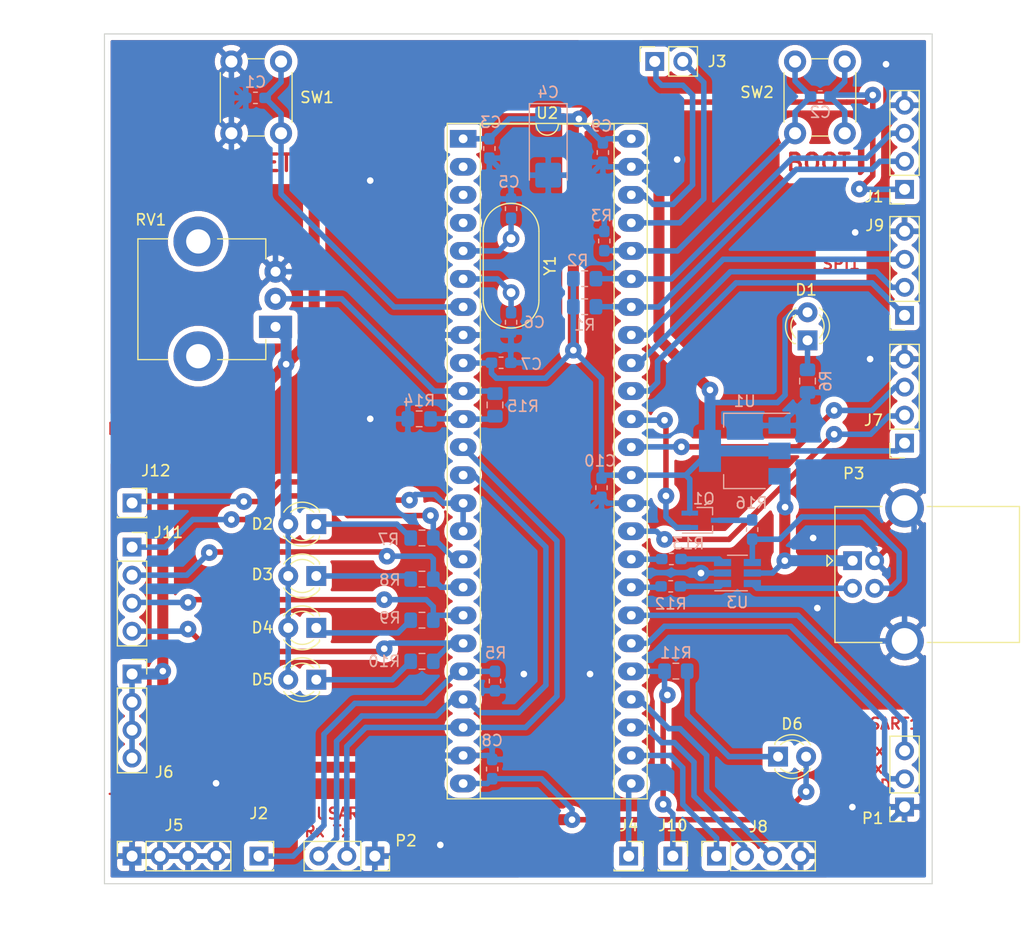
<source format=kicad_pcb>
(kicad_pcb (version 20171130) (host pcbnew 5.1.10)
  (layers (0 F.Cu jumper) (31 B.Cu signal) (36 B.SilkS user) (37 F.SilkS user) (38 B.Mask user) (44 Edge.Cuts user))
  (net 0 "")
  (net 1 /NRST)
  (net 2 GND)
  (net 3 /BOOT0)
  (net 4 +3V3)
  (net 5 /OSC_IN)
  (net 6 /OSC_OUT)
  (net 7 "Net-(D1-Pad1)")
  (net 8 "Net-(D3-Pad1)")
  (net 9 "Net-(D4-Pad1)")
  (net 10 +5V)
  (net 11 /USB_PU)
  (net 12 "Net-(Q1-Pad3)")
  (net 13 "Net-(D2-Pad1)")
  (net 14 "Net-(D5-Pad1)")
  (net 15 "Net-(D6-Pad1)")
  (net 16 /U1Tx)
  (net 17 /U1Rx)
  (net 18 /U2Tx)
  (net 19 /U2Rx)
  (net 20 "Net-(P3-Pad2)")
  (net 21 "Net-(P3-Pad3)")
  (net 22 /I2C_SCL)
  (net 23 /I2C_SDA)
  (net 24 "Net-(J2-Pad1)")
  (net 25 /PWM1)
  (net 26 /PWM2)
  (net 27 /PWM3)
  (net 28 /PWM4)
  (net 29 /PWMT1ch1)
  (net 30 "Net-(R12-Pad1)")
  (net 31 "Net-(R12-Pad2)")
  (net 32 "Net-(R13-Pad2)")
  (net 33 "Net-(R13-Pad1)")
  (net 34 /ADC1)
  (net 35 /ADC0)
  (net 36 "Net-(J4-Pad1)")
  (net 37 /SPI2_SCK)
  (net 38 /SPI2_MISO)
  (net 39 /SPI2_MOSI)
  (net 40 /SWDIO)
  (net 41 /SWCLK)
  (net 42 "Net-(J12-Pad1)")
  (net 43 /SPI1_SCK)
  (net 44 /SPI1_MISO)
  (net 45 /SPI1_MOSI)
  (net 46 "Net-(J3-Pad2)")
  (net 47 "Net-(J3-Pad1)")
  (module Capacitor_SMD:C_0603_1608Metric_Pad1.05x0.95mm_HandSolder (layer B.Cu) (at 66.181 66.294 180)
    (fp_text reference C1 (at 0 1.43 180) (layer B.SilkS) (effects (justify mirror)))
    (fp_text value 0.1)
    (pad 1 smd roundrect (at -0.875 0 180) (size 1.05 0.95) (layers B.Cu B.Paste B.Mask) (net 1 /NRST))
    (pad 2 smd roundrect (at 0.875 0 180) (size 1.05 0.95) (layers B.Cu B.Paste B.Mask) (net 2 GND))
  )
  (module Capacitor_SMD:C_0603_1608Metric_Pad1.05x0.95mm_HandSolder (layer B.Cu) (at 117.362 66.167)
    (fp_text reference C2 (at 0 1.43) (layer B.SilkS) (effects (justify mirror)))
    (fp_text value 0.1)
    (pad 1 smd roundrect (at -0.875 0) (size 1.05 0.95) (layers B.Cu B.Paste B.Mask) (net 3 /BOOT0))
    (pad 2 smd roundrect (at 0.875 0) (size 1.05 0.95) (layers B.Cu B.Paste B.Mask) (net 4 +3V3))
  )
  (module Capacitor_SMD:C_0603_1608Metric_Pad1.05x0.95mm_HandSolder (layer B.Cu) (at 87.376 70.88 270)
    (fp_text reference C3 (at -2.38 -0.124) (layer B.SilkS) (effects (justify mirror)))
    (fp_text value 0.1)
    (pad 2 smd roundrect (at 0.875 0 270) (size 1.05 0.95) (layers B.Cu B.Paste B.Mask) (net 2 GND))
    (pad 1 smd roundrect (at -0.875 0 270) (size 1.05 0.95) (layers B.Cu B.Paste B.Mask) (net 4 +3V3))
  )
  (module Capacitor_SMD:C_0603_1608Metric_Pad1.05x0.95mm_HandSolder (layer B.Cu) (at 89.3445 76.327 90)
    (fp_text reference C5 (at 2.413 -0.1905 180) (layer B.SilkS) (effects (justify mirror)))
    (fp_text value 12)
    (pad 2 smd roundrect (at 0.875 0 90) (size 1.05 0.95) (layers B.Cu B.Paste B.Mask) (net 2 GND))
    (pad 1 smd roundrect (at -0.875 0 90) (size 1.05 0.95) (layers B.Cu B.Paste B.Mask) (net 5 /OSC_IN))
  )
  (module Capacitor_SMD:C_0603_1608Metric_Pad1.05x0.95mm_HandSolder (layer B.Cu) (at 89.3445 86.628 270)
    (fp_text reference C6 (at 0 -2.0955) (layer B.SilkS) (effects (justify mirror)))
    (fp_text value 12)
    (pad 1 smd roundrect (at -0.875 0 270) (size 1.05 0.95) (layers B.Cu B.Paste B.Mask) (net 6 /OSC_OUT))
    (pad 2 smd roundrect (at 0.875 0 270) (size 1.05 0.95) (layers B.Cu B.Paste B.Mask) (net 2 GND))
  )
  (module Capacitor_SMD:C_0603_1608Metric_Pad1.05x0.95mm_HandSolder (layer B.Cu) (at 88.4415 90.297 180)
    (fp_text reference C7 (at -2.7445 -0.127 180) (layer B.SilkS) (effects (justify mirror)))
    (fp_text value 0.1)
    (pad 1 smd roundrect (at -0.875 0 180) (size 1.05 0.95) (layers B.Cu B.Paste B.Mask) (net 2 GND))
    (pad 2 smd roundrect (at 0.875 0 180) (size 1.05 0.95) (layers B.Cu B.Paste B.Mask) (net 4 +3V3))
  )
  (module Capacitor_SMD:C_0603_1608Metric_Pad1.05x0.95mm_HandSolder (layer B.Cu) (at 87.63 127.113 270)
    (fp_text reference C8 (at -2.5895 0) (layer B.SilkS) (effects (justify mirror)))
    (fp_text value 0.1)
    (pad 2 smd roundrect (at 0.875 0 270) (size 1.05 0.95) (layers B.Cu B.Paste B.Mask) (net 4 +3V3))
    (pad 1 smd roundrect (at -0.875 0 270) (size 1.05 0.95) (layers B.Cu B.Paste B.Mask) (net 2 GND))
  )
  (module Capacitor_SMD:C_0603_1608Metric_Pad1.05x0.95mm_HandSolder (layer B.Cu) (at 97.663 71.247 90)
    (fp_text reference C9 (at 2.413 -0.127 180) (layer B.SilkS) (effects (justify mirror)))
    (fp_text value 0.1)
    (pad 1 smd roundrect (at -0.875 0 90) (size 1.05 0.95) (layers B.Cu B.Paste B.Mask) (net 2 GND))
    (pad 2 smd roundrect (at 0.875 0 90) (size 1.05 0.95) (layers B.Cu B.Paste B.Mask) (net 4 +3V3))
  )
  (module Capacitor_SMD:C_0603_1608Metric_Pad1.05x0.95mm_HandSolder (layer B.Cu) (at 97.536 101.614 90)
    (fp_text reference C10 (at 2.427 -0.127 180) (layer B.SilkS) (effects (justify mirror)))
    (fp_text value 0.1)
    (pad 2 smd roundrect (at 0.875 0 90) (size 1.05 0.95) (layers B.Cu B.Paste B.Mask) (net 4 +3V3))
    (pad 1 smd roundrect (at -0.875 0 90) (size 1.05 0.95) (layers B.Cu B.Paste B.Mask) (net 2 GND))
  )
  (module Resistor_SMD:R_0603_1608Metric_Pad1.05x0.95mm_HandSolder (layer B.Cu) (at 97.79 79.262 90)
    (fp_text reference R3 (at 2.3 -0.254 180) (layer B.SilkS) (effects (justify mirror)))
    (fp_text value 10k)
    (pad 1 smd roundrect (at -0.875 0 90) (size 1.05 0.95) (layers B.Cu B.Paste B.Mask) (net 3 /BOOT0))
    (pad 2 smd roundrect (at 0.875 0 90) (size 1.05 0.95) (layers B.Cu B.Paste B.Mask) (net 2 GND))
  )
  (module Resistor_SMD:R_0603_1608Metric_Pad1.05x0.95mm_HandSolder (layer B.Cu) (at 87.884 119.14 270)
    (fp_text reference R5 (at -2.554 -0.0635) (layer B.SilkS) (effects (justify mirror)))
    (fp_text value 100k)
    (pad 1 smd roundrect (at -0.875 0 270) (size 1.05 0.95) (layers B.Cu B.Paste B.Mask) (net 24 "Net-(J2-Pad1)"))
    (pad 2 smd roundrect (at 0.875 0 270) (size 1.05 0.95) (layers B.Cu B.Paste B.Mask) (net 2 GND))
  )
  (module Resistor_SMD:R_0805_2012Metric_Pad1.15x1.40mm_HandSolder (layer B.Cu) (at 116.205 91.957 90)
    (fp_text reference R6 (at 0 1.65 270) (layer B.SilkS) (effects (justify mirror)))
    (fp_text value 220)
    (pad 1 smd roundrect (at -1.025 0 90) (size 1.15 1.4) (layers B.Cu B.Paste B.Mask) (roundrect_rratio 0.2173904347826087) (net 2 GND))
    (pad 2 smd roundrect (at 1.025 0 90) (size 1.15 1.4) (layers B.Cu B.Paste B.Mask) (roundrect_rratio 0.2173904347826087) (net 7 "Net-(D1-Pad1)"))
  )
  (module Resistor_SMD:R_0805_2012Metric_Pad1.15x1.40mm_HandSolder (layer B.Cu) (at 81.271 106.172)
    (fp_text reference R7 (at -3.039 0.127) (layer B.SilkS) (effects (justify mirror)))
    (fp_text value 220)
    (pad 1 smd roundrect (at -1.025 0) (size 1.15 1.4) (layers B.Cu B.Paste B.Mask) (roundrect_rratio 0.2173904347826087) (net 13 "Net-(D2-Pad1)"))
    (pad 2 smd roundrect (at 1.025 0) (size 1.15 1.4) (layers B.Cu B.Paste B.Mask) (roundrect_rratio 0.2173904347826087) (net 25 /PWM1))
  )
  (module Resistor_SMD:R_0805_2012Metric_Pad1.15x1.40mm_HandSolder (layer B.Cu) (at 81.271 109.897333)
    (fp_text reference R8 (at -2.912 0.084667) (layer B.SilkS) (effects (justify mirror)))
    (fp_text value 220)
    (pad 2 smd roundrect (at 1.025 0) (size 1.15 1.4) (layers B.Cu B.Paste B.Mask) (roundrect_rratio 0.2173904347826087) (net 26 /PWM2))
    (pad 1 smd roundrect (at -1.025 0) (size 1.15 1.4) (layers B.Cu B.Paste B.Mask) (roundrect_rratio 0.2173904347826087) (net 8 "Net-(D3-Pad1)"))
  )
  (module Resistor_SMD:R_0603_1608Metric_Pad1.05x0.95mm_HandSolder (layer B.Cu) (at 103.8085 110.5535 180)
    (fp_text reference R12 (at 0 -1.5875 180) (layer B.SilkS) (effects (justify mirror)))
    (fp_text value 22)
    (pad 1 smd roundrect (at -0.875 0 180) (size 1.05 0.95) (layers B.Cu B.Paste B.Mask) (net 30 "Net-(R12-Pad1)"))
    (pad 2 smd roundrect (at 0.875 0 180) (size 1.05 0.95) (layers B.Cu B.Paste B.Mask) (net 31 "Net-(R12-Pad2)"))
  )
  (module Resistor_SMD:R_0603_1608Metric_Pad1.05x0.95mm_HandSolder (layer B.Cu) (at 103.872 108.077 180)
    (fp_text reference R13 (at -1.538 1.397) (layer B.SilkS) (effects (justify mirror)))
    (fp_text value 22)
    (pad 2 smd roundrect (at 0.875 0 180) (size 1.05 0.95) (layers B.Cu B.Paste B.Mask) (net 32 "Net-(R13-Pad2)"))
    (pad 1 smd roundrect (at -0.875 0 180) (size 1.05 0.95) (layers B.Cu B.Paste B.Mask) (net 33 "Net-(R13-Pad1)"))
  )
  (module Resistor_SMD:R_0603_1608Metric_Pad1.05x0.95mm_HandSolder (layer B.Cu) (at 111.1885 105.41 270)
    (fp_text reference R16 (at -2.413 0.0635) (layer B.SilkS) (effects (justify mirror)))
    (fp_text value 1k5)
    (pad 2 smd roundrect (at 0.875 0 270) (size 1.05 0.95) (layers B.Cu B.Paste B.Mask) (net 21 "Net-(P3-Pad3)"))
    (pad 1 smd roundrect (at -0.875 0 270) (size 1.05 0.95) (layers B.Cu B.Paste B.Mask) (net 12 "Net-(Q1-Pad3)"))
  )
  (module my_footprints:Potentiometer (layer F.Cu) (at 68 87.04 90)
    (fp_text reference RV1 (at 9.699 -11.303 180) (layer F.SilkS))
    (fp_text value 20k)
    (pad "" thru_hole oval (at -2.66 -7 90) (size 4.5 4.5) (drill 2.2) (layers *.Cu *.Mask))
    (pad 3 thru_hole circle (at 5 0 90) (size 2 2) (drill 0.9) (layers *.Cu *.Mask) (net 2 GND))
    (pad 2 thru_hole circle (at 2.54 0 90) (size 2 2) (drill 0.9) (layers *.Cu *.Mask) (net 35 /ADC0))
    (pad 1 thru_hole rect (at 0 0 90) (size 2 3) (drill 0.9) (layers *.Cu *.Mask) (net 4 +3V3))
    (pad "" thru_hole oval (at 7.74 -7 90) (size 4.5 4.5) (drill 2.2) (layers *.Cu *.Mask))
  )
  (module Button_Switch_THT:SW_PUSH_6mm (layer F.Cu) (at 68.5 63 270)
    (fp_text reference SW1 (at 3.25 -3.255) (layer F.SilkS))
    (fp_text value Reset)
    (pad 1 thru_hole circle (at 6.5 0) (size 2 2) (drill 1.1) (layers *.Cu *.Mask) (net 1 /NRST))
    (pad 2 thru_hole circle (at 6.5 4.5) (size 2 2) (drill 1.1) (layers *.Cu *.Mask) (net 2 GND))
    (pad 1 thru_hole circle (at 0 0) (size 2 2) (drill 1.1) (layers *.Cu *.Mask) (net 1 /NRST))
    (pad 2 thru_hole circle (at 0 4.5) (size 2 2) (drill 1.1) (layers *.Cu *.Mask) (net 2 GND))
  )
  (module Button_Switch_THT:SW_PUSH_6mm (layer F.Cu) (at 115.077 69.5 90)
    (fp_text reference SW2 (at 3.714 -3.444 180) (layer F.SilkS))
    (fp_text value Boot)
    (pad 2 thru_hole circle (at 0 4.5 180) (size 2 2) (drill 1.1) (layers *.Cu *.Mask) (net 4 +3V3))
    (pad 1 thru_hole circle (at 0 0 180) (size 2 2) (drill 1.1) (layers *.Cu *.Mask) (net 3 /BOOT0))
    (pad 2 thru_hole circle (at 6.5 4.5 180) (size 2 2) (drill 1.1) (layers *.Cu *.Mask) (net 4 +3V3))
    (pad 1 thru_hole circle (at 6.5 0 180) (size 2 2) (drill 1.1) (layers *.Cu *.Mask) (net 3 /BOOT0))
  )
  (module Crystal:Crystal_HC49-U_Vertical (layer F.Cu) (at 89.3445 79.0575 270)
    (fp_text reference Y1 (at 2.44 -3.525 270) (layer F.SilkS))
    (fp_text value 8MHz)
    (pad 1 thru_hole circle (at 0 0 270) (size 1.5 1.5) (drill 0.8) (layers *.Cu *.Mask) (net 5 /OSC_IN))
    (pad 2 thru_hole circle (at 4.88 0 270) (size 1.5 1.5) (drill 0.8) (layers *.Cu *.Mask) (net 6 /OSC_OUT))
  )
  (module Package_DIP:DIP-48_W15.24mm_Socket_LongPads (layer F.Cu) (at 85 70)
    (fp_text reference U2 (at 7.62 -2.33) (layer F.SilkS))
    (fp_text value STM32LQFP48)
    (pad 1 thru_hole rect (at 0 0) (size 2.4 1.6) (drill 0.8) (layers *.Cu *.Mask) (net 4 +3V3))
    (pad 25 thru_hole oval (at 15.24 58.42) (size 2.4 1.6) (drill 0.8) (layers *.Cu *.Mask) (net 36 "Net-(J4-Pad1)"))
    (pad 2 thru_hole oval (at 0 2.54) (size 2.4 1.6) (drill 0.8) (layers *.Cu *.Mask))
    (pad 26 thru_hole oval (at 15.24 55.88) (size 2.4 1.6) (drill 0.8) (layers *.Cu *.Mask) (net 37 /SPI2_SCK))
    (pad 3 thru_hole oval (at 0 5.08) (size 2.4 1.6) (drill 0.8) (layers *.Cu *.Mask))
    (pad 27 thru_hole oval (at 15.24 53.34) (size 2.4 1.6) (drill 0.8) (layers *.Cu *.Mask) (net 38 /SPI2_MISO))
    (pad 4 thru_hole oval (at 0 7.62) (size 2.4 1.6) (drill 0.8) (layers *.Cu *.Mask))
    (pad 28 thru_hole oval (at 15.24 50.8) (size 2.4 1.6) (drill 0.8) (layers *.Cu *.Mask) (net 39 /SPI2_MOSI))
    (pad 5 thru_hole oval (at 0 10.16) (size 2.4 1.6) (drill 0.8) (layers *.Cu *.Mask) (net 5 /OSC_IN))
    (pad 29 thru_hole oval (at 15.24 48.26) (size 2.4 1.6) (drill 0.8) (layers *.Cu *.Mask) (net 29 /PWMT1ch1))
    (pad 6 thru_hole oval (at 0 12.7) (size 2.4 1.6) (drill 0.8) (layers *.Cu *.Mask) (net 6 /OSC_OUT))
    (pad 30 thru_hole oval (at 15.24 45.72) (size 2.4 1.6) (drill 0.8) (layers *.Cu *.Mask) (net 16 /U1Tx))
    (pad 7 thru_hole oval (at 0 15.24) (size 2.4 1.6) (drill 0.8) (layers *.Cu *.Mask) (net 1 /NRST))
    (pad 31 thru_hole oval (at 15.24 43.18) (size 2.4 1.6) (drill 0.8) (layers *.Cu *.Mask) (net 17 /U1Rx))
    (pad 8 thru_hole oval (at 0 17.78) (size 2.4 1.6) (drill 0.8) (layers *.Cu *.Mask) (net 2 GND))
    (pad 32 thru_hole oval (at 15.24 40.64) (size 2.4 1.6) (drill 0.8) (layers *.Cu *.Mask) (net 31 "Net-(R12-Pad2)"))
    (pad 9 thru_hole oval (at 0 20.32) (size 2.4 1.6) (drill 0.8) (layers *.Cu *.Mask) (net 4 +3V3))
    (pad 33 thru_hole oval (at 15.24 38.1) (size 2.4 1.6) (drill 0.8) (layers *.Cu *.Mask) (net 32 "Net-(R13-Pad2)"))
    (pad 10 thru_hole oval (at 0 22.86) (size 2.4 1.6) (drill 0.8) (layers *.Cu *.Mask) (net 35 /ADC0))
    (pad 34 thru_hole oval (at 15.24 35.56) (size 2.4 1.6) (drill 0.8) (layers *.Cu *.Mask) (net 40 /SWDIO))
    (pad 11 thru_hole oval (at 0 25.4) (size 2.4 1.6) (drill 0.8) (layers *.Cu *.Mask) (net 34 /ADC1))
    (pad 35 thru_hole oval (at 15.24 33.02) (size 2.4 1.6) (drill 0.8) (layers *.Cu *.Mask) (net 2 GND))
    (pad 12 thru_hole oval (at 0 27.94) (size 2.4 1.6) (drill 0.8) (layers *.Cu *.Mask) (net 18 /U2Tx))
    (pad 36 thru_hole oval (at 15.24 30.48) (size 2.4 1.6) (drill 0.8) (layers *.Cu *.Mask) (net 4 +3V3))
    (pad 13 thru_hole oval (at 0 30.48) (size 2.4 1.6) (drill 0.8) (layers *.Cu *.Mask) (net 19 /U2Rx))
    (pad 37 thru_hole oval (at 15.24 27.94) (size 2.4 1.6) (drill 0.8) (layers *.Cu *.Mask) (net 41 /SWCLK))
    (pad 14 thru_hole oval (at 0 33.02) (size 2.4 1.6) (drill 0.8) (layers *.Cu *.Mask) (net 42 "Net-(J12-Pad1)"))
    (pad 38 thru_hole oval (at 15.24 25.4) (size 2.4 1.6) (drill 0.8) (layers *.Cu *.Mask) (net 11 /USB_PU))
    (pad 15 thru_hole oval (at 0 35.56) (size 2.4 1.6) (drill 0.8) (layers *.Cu *.Mask) (net 42 "Net-(J12-Pad1)"))
    (pad 39 thru_hole oval (at 15.24 22.86) (size 2.4 1.6) (drill 0.8) (layers *.Cu *.Mask) (net 43 /SPI1_SCK))
    (pad 16 thru_hole oval (at 0 38.1) (size 2.4 1.6) (drill 0.8) (layers *.Cu *.Mask) (net 25 /PWM1))
    (pad 40 thru_hole oval (at 15.24 20.32) (size 2.4 1.6) (drill 0.8) (layers *.Cu *.Mask) (net 44 /SPI1_MISO))
    (pad 17 thru_hole oval (at 0 40.64) (size 2.4 1.6) (drill 0.8) (layers *.Cu *.Mask) (net 26 /PWM2))
    (pad 41 thru_hole oval (at 15.24 17.78) (size 2.4 1.6) (drill 0.8) (layers *.Cu *.Mask) (net 45 /SPI1_MOSI))
    (pad 18 thru_hole oval (at 0 43.18) (size 2.4 1.6) (drill 0.8) (layers *.Cu *.Mask) (net 27 /PWM3))
    (pad 42 thru_hole oval (at 15.24 15.24) (size 2.4 1.6) (drill 0.8) (layers *.Cu *.Mask) (net 22 /I2C_SCL))
    (pad 19 thru_hole oval (at 0 45.72) (size 2.4 1.6) (drill 0.8) (layers *.Cu *.Mask) (net 28 /PWM4))
    (pad 43 thru_hole oval (at 15.24 12.7) (size 2.4 1.6) (drill 0.8) (layers *.Cu *.Mask) (net 23 /I2C_SDA))
    (pad 20 thru_hole oval (at 0 48.26) (size 2.4 1.6) (drill 0.8) (layers *.Cu *.Mask) (net 24 "Net-(J2-Pad1)"))
    (pad 44 thru_hole oval (at 15.24 10.16) (size 2.4 1.6) (drill 0.8) (layers *.Cu *.Mask) (net 3 /BOOT0))
    (pad 21 thru_hole oval (at 0 50.8) (size 2.4 1.6) (drill 0.8) (layers *.Cu *.Mask) (net 19 /U2Rx))
    (pad 45 thru_hole oval (at 15.24 7.62) (size 2.4 1.6) (drill 0.8) (layers *.Cu *.Mask) (net 46 "Net-(J3-Pad2)"))
    (pad 22 thru_hole oval (at 0 53.34) (size 2.4 1.6) (drill 0.8) (layers *.Cu *.Mask) (net 18 /U2Tx))
    (pad 46 thru_hole oval (at 15.24 5.08) (size 2.4 1.6) (drill 0.8) (layers *.Cu *.Mask) (net 47 "Net-(J3-Pad1)"))
    (pad 23 thru_hole oval (at 0 55.88) (size 2.4 1.6) (drill 0.8) (layers *.Cu *.Mask) (net 2 GND))
    (pad 47 thru_hole oval (at 15.24 2.54) (size 2.4 1.6) (drill 0.8) (layers *.Cu *.Mask) (net 2 GND))
    (pad 24 thru_hole oval (at 0 58.42) (size 2.4 1.6) (drill 0.8) (layers *.Cu *.Mask) (net 4 +3V3))
    (pad 48 thru_hole oval (at 15.24 0) (size 2.4 1.6) (drill 0.8) (layers *.Cu *.Mask) (net 4 +3V3))
  )
  (module Capacitor_Tantalum_SMD:CP_EIA-6032-28_Kemet-C_Pad2.25x2.35mm_HandSolder (layer B.Cu) (at 92.71 70.749 270)
    (fp_text reference C4 (at -4.963 0 180) (layer B.SilkS) (effects (justify mirror)))
    (fp_text value 47u)
    (pad 1 smd roundrect (at -2.55 0 270) (size 2.25 2.35) (layers B.Cu B.Paste B.Mask) (roundrect_rratio 0.1111106666666667) (net 4 +3V3))
    (pad 2 smd roundrect (at 2.55 0 270) (size 2.25 2.35) (layers B.Cu B.Paste B.Mask) (roundrect_rratio 0.1111106666666667) (net 2 GND))
  )
  (module Connector_USB:USB_B_OST_USB-B1HSxx_Horizontal (layer F.Cu) (at 120.29 108.23)
    (fp_text reference P3 (at 0.106 -7.9) (layer F.SilkS))
    (fp_text value USB_B)
    (pad 1 thru_hole rect (at 0 0) (size 1.7 1.7) (drill 0.92) (layers *.Cu *.Mask) (net 10 +5V))
    (pad 2 thru_hole circle (at 0 2.5) (size 1.7 1.7) (drill 0.92) (layers *.Cu *.Mask) (net 20 "Net-(P3-Pad2)"))
    (pad 3 thru_hole circle (at 2 2.5) (size 1.7 1.7) (drill 0.92) (layers *.Cu *.Mask) (net 21 "Net-(P3-Pad3)"))
    (pad 4 thru_hole circle (at 2 0) (size 1.7 1.7) (drill 0.92) (layers *.Cu *.Mask) (net 2 GND))
    (pad 5 thru_hole circle (at 4.71 -4.77) (size 3.5 3.5) (drill 2.33) (layers *.Cu *.Mask) (net 2 GND))
    (pad 5 thru_hole circle (at 4.71 7.27) (size 3.5 3.5) (drill 2.33) (layers *.Cu *.Mask) (net 2 GND))
  )
  (module Package_TO_SOT_SMD:SOT-323_SC-70_Handsoldering (layer B.Cu) (at 106.867 104.5695)
    (fp_text reference Q1 (at -0.06 -1.9535) (layer B.SilkS) (effects (justify mirror)))
    (fp_text value DTA114Y)
    (pad 1 smd rect (at -1.33 0.65 90) (size 0.45 1.5) (layers B.Cu B.Paste B.Mask) (net 11 /USB_PU))
    (pad 2 smd rect (at -1.33 -0.65 90) (size 0.45 1.5) (layers B.Cu B.Paste B.Mask) (net 4 +3V3))
    (pad 3 smd rect (at 1.33 0 90) (size 0.45 1.5) (layers B.Cu B.Paste B.Mask) (net 12 "Net-(Q1-Pad3)"))
  )
  (module Package_TO_SOT_SMD:SOT-223 (layer B.Cu) (at 110.515 98.284 180)
    (fp_text reference U1 (at 0 4.5 180) (layer B.SilkS) (effects (justify mirror)))
    (fp_text value LM1117-3.3)
    (pad 4 smd rect (at 3.15 0 180) (size 2 3.8) (layers B.Cu B.Paste B.Mask) (net 4 +3V3))
    (pad 2 smd rect (at -3.15 0 180) (size 2 1.5) (layers B.Cu B.Paste B.Mask) (net 4 +3V3))
    (pad 3 smd rect (at -3.15 -2.3 180) (size 2 1.5) (layers B.Cu B.Paste B.Mask) (net 10 +5V))
    (pad 1 smd rect (at -3.15 2.3 180) (size 2 1.5) (layers B.Cu B.Paste B.Mask) (net 2 GND))
  )
  (module Package_TO_SOT_SMD:SOT-23-6_Handsoldering (layer B.Cu) (at 109.855 109.347)
    (fp_text reference U3 (at 0 2.667) (layer B.SilkS) (effects (justify mirror)))
    (fp_text value USBLC6-2SC6)
    (pad 1 smd rect (at -1.35 0.95) (size 1.56 0.65) (layers B.Cu B.Paste B.Mask) (net 30 "Net-(R12-Pad1)"))
    (pad 2 smd rect (at -1.35 0) (size 1.56 0.65) (layers B.Cu B.Paste B.Mask) (net 2 GND))
    (pad 3 smd rect (at -1.35 -0.95) (size 1.56 0.65) (layers B.Cu B.Paste B.Mask) (net 33 "Net-(R13-Pad1)"))
    (pad 4 smd rect (at 1.35 -0.95) (size 1.56 0.65) (layers B.Cu B.Paste B.Mask) (net 21 "Net-(P3-Pad3)"))
    (pad 6 smd rect (at 1.35 0.95) (size 1.56 0.65) (layers B.Cu B.Paste B.Mask) (net 20 "Net-(P3-Pad2)"))
    (pad 5 smd rect (at 1.35 0) (size 1.56 0.65) (layers B.Cu B.Paste B.Mask) (net 10 +5V))
  )
  (module Resistor_SMD:R_0805_2012Metric_Pad1.15x1.40mm_HandSolder (layer B.Cu) (at 96.012 85.217)
    (fp_text reference R1 (at 0 1.65) (layer B.SilkS) (effects (justify mirror)))
    (fp_text value 4k7)
    (pad 2 smd roundrect (at 1.025 0) (size 1.15 1.4) (layers B.Cu B.Paste B.Mask) (roundrect_rratio 0.2173904347826087) (net 22 /I2C_SCL))
    (pad 1 smd roundrect (at -1.025 0) (size 1.15 1.4) (layers B.Cu B.Paste B.Mask) (roundrect_rratio 0.2173904347826087) (net 4 +3V3))
  )
  (module Resistor_SMD:R_0805_2012Metric_Pad1.15x1.40mm_HandSolder (layer B.Cu) (at 96.012 82.677)
    (fp_text reference R2 (at -0.635 -1.651) (layer B.SilkS) (effects (justify mirror)))
    (fp_text value 4k7)
    (pad 1 smd roundrect (at -1.025 0) (size 1.15 1.4) (layers B.Cu B.Paste B.Mask) (roundrect_rratio 0.2173904347826087) (net 4 +3V3))
    (pad 2 smd roundrect (at 1.025 0) (size 1.15 1.4) (layers B.Cu B.Paste B.Mask) (roundrect_rratio 0.2173904347826087) (net 23 /I2C_SDA))
  )
  (module Resistor_SMD:R_0805_2012Metric_Pad1.15x1.40mm_HandSolder (layer B.Cu) (at 81.271 113.622666)
    (fp_text reference R9 (at -2.912 -0.211666) (layer B.SilkS) (effects (justify mirror)))
    (fp_text value 220)
    (pad 1 smd roundrect (at -1.025 0) (size 1.15 1.4) (layers B.Cu B.Paste B.Mask) (roundrect_rratio 0.2173904347826087) (net 9 "Net-(D4-Pad1)"))
    (pad 2 smd roundrect (at 1.025 0) (size 1.15 1.4) (layers B.Cu B.Paste B.Mask) (roundrect_rratio 0.2173904347826087) (net 27 /PWM3))
  )
  (module Resistor_SMD:R_0805_2012Metric_Pad1.15x1.40mm_HandSolder (layer B.Cu) (at 81.271 117.348)
    (fp_text reference R10 (at -3.42 0) (layer B.SilkS) (effects (justify mirror)))
    (fp_text value 220)
    (pad 1 smd roundrect (at -1.025 0) (size 1.15 1.4) (layers B.Cu B.Paste B.Mask) (roundrect_rratio 0.2173904347826087) (net 14 "Net-(D5-Pad1)"))
    (pad 2 smd roundrect (at 1.025 0) (size 1.15 1.4) (layers B.Cu B.Paste B.Mask) (roundrect_rratio 0.2173904347826087) (net 28 /PWM4))
  )
  (module Resistor_SMD:R_0805_2012Metric_Pad1.15x1.40mm_HandSolder (layer B.Cu) (at 104.276 118.237 180)
    (fp_text reference R11 (at 0 1.65) (layer B.SilkS) (effects (justify mirror)))
    (fp_text value 220)
    (pad 2 smd roundrect (at 1.025 0 180) (size 1.15 1.4) (layers B.Cu B.Paste B.Mask) (roundrect_rratio 0.2173904347826087) (net 29 /PWMT1ch1))
    (pad 1 smd roundrect (at -1.025 0 180) (size 1.15 1.4) (layers B.Cu B.Paste B.Mask) (roundrect_rratio 0.2173904347826087) (net 15 "Net-(D6-Pad1)"))
  )
  (module Resistor_SMD:R_0805_2012Metric_Pad1.15x1.40mm_HandSolder (layer B.Cu) (at 81.017 95.377 180)
    (fp_text reference R14 (at 0 1.65) (layer B.SilkS) (effects (justify mirror)))
    (fp_text value 4k7)
    (pad 1 smd roundrect (at -1.025 0 180) (size 1.15 1.4) (layers B.Cu B.Paste B.Mask) (roundrect_rratio 0.2173904347826087) (net 34 /ADC1))
    (pad 2 smd roundrect (at 1.025 0 180) (size 1.15 1.4) (layers B.Cu B.Paste B.Mask) (roundrect_rratio 0.2173904347826087) (net 2 GND))
  )
  (module Resistor_SMD:R_0805_2012Metric_Pad1.15x1.40mm_HandSolder (layer B.Cu) (at 87.884 94.116 270)
    (fp_text reference R15 (at 0.118 -2.54 180) (layer B.SilkS) (effects (justify mirror)))
    (fp_text value 4k7)
    (pad 2 smd roundrect (at 1.025 0 270) (size 1.15 1.4) (layers B.Cu B.Paste B.Mask) (roundrect_rratio 0.2173904347826087) (net 34 /ADC1))
    (pad 1 smd roundrect (at -1.025 0 270) (size 1.15 1.4) (layers B.Cu B.Paste B.Mask) (roundrect_rratio 0.2173904347826087) (net 35 /ADC0))
  )
  (module Connector_PinSocket_2.54mm:PinSocket_1x04_P2.54mm_Vertical (layer F.Cu) (at 125 74.58 180)
    (fp_text reference J1 (at 2.7625 -0.6675) (layer F.SilkS))
    (fp_text value Conn_01x04_Female)
    (pad 4 thru_hole oval (at 0 7.62 180) (size 1.7 1.7) (drill 1) (layers *.Cu *.Mask) (net 2 GND))
    (pad 3 thru_hole oval (at 0 5.08 180) (size 1.7 1.7) (drill 1) (layers *.Cu *.Mask) (net 23 /I2C_SDA))
    (pad 2 thru_hole oval (at 0 2.54 180) (size 1.7 1.7) (drill 1) (layers *.Cu *.Mask) (net 22 /I2C_SCL))
    (pad 1 thru_hole rect (at 0 0 180) (size 1.7 1.7) (drill 1) (layers *.Cu *.Mask) (net 4 +3V3))
  )
  (module Connector_PinSocket_2.54mm:PinSocket_1x01_P2.54mm_Vertical (layer F.Cu) (at 66.5 135)
    (fp_text reference J2 (at -0.0155 -3.8725) (layer F.SilkS))
    (fp_text value Conn_01x01_Female)
    (pad 1 thru_hole rect (at 0 0) (size 1.7 1.7) (drill 1) (layers *.Cu *.Mask) (net 24 "Net-(J2-Pad1)"))
  )
  (module Connector_PinSocket_2.54mm:PinSocket_1x02_P2.54mm_Vertical (layer F.Cu) (at 102.362 62.992 90)
    (fp_text reference J3 (at 0 5.6515 180) (layer F.SilkS))
    (fp_text value Conn_01x02_Female)
    (pad 1 thru_hole rect (at 0 0 90) (size 1.7 1.7) (drill 1) (layers *.Cu *.Mask) (net 47 "Net-(J3-Pad1)"))
    (pad 2 thru_hole oval (at 0 2.54 90) (size 1.7 1.7) (drill 1) (layers *.Cu *.Mask) (net 46 "Net-(J3-Pad2)"))
  )
  (module Connector_PinSocket_2.54mm:PinSocket_1x01_P2.54mm_Vertical (layer F.Cu) (at 100 135)
    (fp_text reference J4 (at 0 -2.77) (layer F.SilkS))
    (fp_text value Conn_01x01_Female)
    (pad 1 thru_hole rect (at 0 0) (size 1.7 1.7) (drill 1) (layers *.Cu *.Mask) (net 36 "Net-(J4-Pad1)"))
  )
  (module Connector_PinSocket_2.54mm:PinSocket_1x04_P2.54mm_Vertical (layer F.Cu) (at 55 135 90)
    (fp_text reference J5 (at 2.793 3.801 180) (layer F.SilkS))
    (fp_text value Conn_01x04_Female)
    (pad 1 thru_hole rect (at 0 0 90) (size 1.7 1.7) (drill 1) (layers *.Cu *.Mask) (net 2 GND))
    (pad 2 thru_hole oval (at 0 2.54 90) (size 1.7 1.7) (drill 1) (layers *.Cu *.Mask) (net 2 GND))
    (pad 3 thru_hole oval (at 0 5.08 90) (size 1.7 1.7) (drill 1) (layers *.Cu *.Mask) (net 2 GND))
    (pad 4 thru_hole oval (at 0 7.62 90) (size 1.7 1.7) (drill 1) (layers *.Cu *.Mask) (net 2 GND))
  )
  (module Connector_PinSocket_2.54mm:PinSocket_1x04_P2.54mm_Vertical (layer F.Cu) (at 55 118.5)
    (fp_text reference J6 (at 2.912 8.881) (layer F.SilkS))
    (fp_text value Conn_01x04_Female)
    (pad 1 thru_hole rect (at 0 0) (size 1.7 1.7) (drill 1) (layers *.Cu *.Mask) (net 4 +3V3))
    (pad 2 thru_hole oval (at 0 2.54) (size 1.7 1.7) (drill 1) (layers *.Cu *.Mask) (net 4 +3V3))
    (pad 3 thru_hole oval (at 0 5.08) (size 1.7 1.7) (drill 1) (layers *.Cu *.Mask) (net 4 +3V3))
    (pad 4 thru_hole oval (at 0 7.62) (size 1.7 1.7) (drill 1) (layers *.Cu *.Mask) (net 4 +3V3))
  )
  (module Connector_PinSocket_2.54mm:PinSocket_1x04_P2.54mm_Vertical (layer F.Cu) (at 125 97.58 180)
    (fp_text reference J7 (at 2.826 2.076) (layer F.SilkS))
    (fp_text value Conn_01x04_Female)
    (pad 4 thru_hole oval (at 0 7.62 180) (size 1.7 1.7) (drill 1) (layers *.Cu *.Mask) (net 2 GND))
    (pad 3 thru_hole oval (at 0 5.08 180) (size 1.7 1.7) (drill 1) (layers *.Cu *.Mask) (net 41 /SWCLK))
    (pad 2 thru_hole oval (at 0 2.54 180) (size 1.7 1.7) (drill 1) (layers *.Cu *.Mask) (net 40 /SWDIO))
    (pad 1 thru_hole rect (at 0 0 180) (size 1.7 1.7) (drill 1) (layers *.Cu *.Mask) (net 4 +3V3))
  )
  (module Connector_PinSocket_2.54mm:PinSocket_1x04_P2.54mm_Vertical (layer F.Cu) (at 107.96 135 90)
    (fp_text reference J8 (at 2.666 3.8 180) (layer F.SilkS))
    (fp_text value Conn_01x04_Female)
    (pad 1 thru_hole rect (at 0 0 90) (size 1.7 1.7) (drill 1) (layers *.Cu *.Mask) (net 37 /SPI2_SCK))
    (pad 2 thru_hole oval (at 0 2.54 90) (size 1.7 1.7) (drill 1) (layers *.Cu *.Mask) (net 38 /SPI2_MISO))
    (pad 3 thru_hole oval (at 0 5.08 90) (size 1.7 1.7) (drill 1) (layers *.Cu *.Mask) (net 39 /SPI2_MOSI))
    (pad 4 thru_hole oval (at 0 7.62 90) (size 1.7 1.7) (drill 1) (layers *.Cu *.Mask) (net 2 GND))
  )
  (module Connector_PinSocket_2.54mm:PinSocket_1x04_P2.54mm_Vertical (layer F.Cu) (at 125 86 180)
    (fp_text reference J9 (at 2.699 8.149) (layer F.SilkS))
    (fp_text value Conn_01x04_Female)
    (pad 1 thru_hole rect (at 0 0 180) (size 1.7 1.7) (drill 1) (layers *.Cu *.Mask) (net 43 /SPI1_SCK))
    (pad 2 thru_hole oval (at 0 2.54 180) (size 1.7 1.7) (drill 1) (layers *.Cu *.Mask) (net 44 /SPI1_MISO))
    (pad 3 thru_hole oval (at 0 5.08 180) (size 1.7 1.7) (drill 1) (layers *.Cu *.Mask) (net 45 /SPI1_MOSI))
    (pad 4 thru_hole oval (at 0 7.62 180) (size 1.7 1.7) (drill 1) (layers *.Cu *.Mask) (net 2 GND))
  )
  (module Connector_PinSocket_2.54mm:PinSocket_1x01_P2.54mm_Vertical (layer F.Cu) (at 104 135)
    (fp_text reference J10 (at 0 -2.77) (layer F.SilkS))
    (fp_text value Conn_01x01_Female)
    (pad 1 thru_hole rect (at 0 0) (size 1.7 1.7) (drill 1) (layers *.Cu *.Mask) (net 29 /PWMT1ch1))
  )
  (module Connector_PinSocket_2.54mm:PinSocket_1x04_P2.54mm_Vertical (layer F.Cu) (at 55 107)
    (fp_text reference J11 (at 3.293 -1.336) (layer F.SilkS))
    (fp_text value Conn_01x04_Female)
    (pad 4 thru_hole oval (at 0 7.62) (size 1.7 1.7) (drill 1) (layers *.Cu *.Mask) (net 28 /PWM4))
    (pad 3 thru_hole oval (at 0 5.08) (size 1.7 1.7) (drill 1) (layers *.Cu *.Mask) (net 27 /PWM3))
    (pad 2 thru_hole oval (at 0 2.54) (size 1.7 1.7) (drill 1) (layers *.Cu *.Mask) (net 26 /PWM2))
    (pad 1 thru_hole rect (at 0 0) (size 1.7 1.7) (drill 1) (layers *.Cu *.Mask) (net 25 /PWM1))
  )
  (module Connector_PinSocket_2.54mm:PinSocket_1x01_P2.54mm_Vertical (layer F.Cu) (at 55 103)
    (fp_text reference J12 (at 2.15 -2.924) (layer F.SilkS))
    (fp_text value Conn_01x01_Female)
    (pad 1 thru_hole rect (at 0 0) (size 1.7 1.7) (drill 1) (layers *.Cu *.Mask) (net 42 "Net-(J12-Pad1)"))
  )
  (module LED_THT:LED_D3.0mm (layer F.Cu) (at 116.205 88.265 90)
    (fp_text reference D1 (at 4.572 -0.127 180) (layer F.SilkS))
    (fp_text value LED)
    (pad 2 thru_hole circle (at 2.54 0 90) (size 1.8 1.8) (drill 0.9) (layers *.Cu *.Mask) (net 4 +3V3))
    (pad 1 thru_hole rect (at 0 0 90) (size 1.8 1.8) (drill 0.9) (layers *.Cu *.Mask) (net 7 "Net-(D1-Pad1)"))
  )
  (module LED_THT:LED_D3.0mm (layer F.Cu) (at 71.692 104.918 180)
    (fp_text reference D2 (at 4.89 0.016) (layer F.SilkS))
    (fp_text value LED)
    (pad 1 thru_hole rect (at 0 0 180) (size 1.8 1.8) (drill 0.9) (layers *.Cu *.Mask) (net 13 "Net-(D2-Pad1)"))
    (pad 2 thru_hole circle (at 2.54 0 180) (size 1.8 1.8) (drill 0.9) (layers *.Cu *.Mask) (net 4 +3V3))
  )
  (module LED_THT:LED_D3.0mm (layer F.Cu) (at 71.692 109.617 180)
    (fp_text reference D3 (at 4.89 0.143) (layer F.SilkS))
    (fp_text value LED)
    (pad 2 thru_hole circle (at 2.54 0 180) (size 1.8 1.8) (drill 0.9) (layers *.Cu *.Mask) (net 4 +3V3))
    (pad 1 thru_hole rect (at 0 0 180) (size 1.8 1.8) (drill 0.9) (layers *.Cu *.Mask) (net 8 "Net-(D3-Pad1)"))
  )
  (module LED_THT:LED_D3.0mm (layer F.Cu) (at 71.692 114.316 180)
    (fp_text reference D4 (at 4.89 0.016) (layer F.SilkS))
    (fp_text value LED)
    (pad 2 thru_hole circle (at 2.54 0 180) (size 1.8 1.8) (drill 0.9) (layers *.Cu *.Mask) (net 4 +3V3))
    (pad 1 thru_hole rect (at 0 0 180) (size 1.8 1.8) (drill 0.9) (layers *.Cu *.Mask) (net 9 "Net-(D4-Pad1)"))
  )
  (module LED_THT:LED_D3.0mm (layer F.Cu) (at 71.692 119.015 180)
    (fp_text reference D5 (at 4.89 0.015) (layer F.SilkS))
    (fp_text value LED)
    (pad 1 thru_hole rect (at 0 0 180) (size 1.8 1.8) (drill 0.9) (layers *.Cu *.Mask) (net 14 "Net-(D5-Pad1)"))
    (pad 2 thru_hole circle (at 2.54 0 180) (size 1.8 1.8) (drill 0.9) (layers *.Cu *.Mask) (net 4 +3V3))
  )
  (module LED_THT:LED_D3.0mm (layer F.Cu) (at 113.538 125.984)
    (fp_text reference D6 (at 1.27 -2.96) (layer F.SilkS))
    (fp_text value LED)
    (pad 1 thru_hole rect (at 0 0) (size 1.8 1.8) (drill 0.9) (layers *.Cu *.Mask) (net 15 "Net-(D6-Pad1)"))
    (pad 2 thru_hole circle (at 2.54 0) (size 1.8 1.8) (drill 0.9) (layers *.Cu *.Mask) (net 4 +3V3))
  )
  (module Connector_PinSocket_2.54mm:PinSocket_1x03_P2.54mm_Vertical (layer F.Cu) (at 125 130.54 180)
    (fp_text reference P1 (at 2.8895 -1.032) (layer F.SilkS))
    (fp_text value USART1)
    (pad 1 thru_hole rect (at 0 0 180) (size 1.7 1.7) (drill 1) (layers *.Cu *.Mask) (net 2 GND))
    (pad 2 thru_hole oval (at 0 2.54 180) (size 1.7 1.7) (drill 1) (layers *.Cu *.Mask) (net 16 /U1Tx))
    (pad 3 thru_hole oval (at 0 5.08 180) (size 1.7 1.7) (drill 1) (layers *.Cu *.Mask) (net 17 /U1Rx))
  )
  (module Connector_PinSocket_2.54mm:PinSocket_1x03_P2.54mm_Vertical (layer F.Cu) (at 77 135 270)
    (fp_text reference P2 (at -1.396 -2.8195 180) (layer F.SilkS))
    (fp_text value USART2/3)
    (pad 3 thru_hole oval (at 0 5.08 270) (size 1.7 1.7) (drill 1) (layers *.Cu *.Mask) (net 19 /U2Rx))
    (pad 2 thru_hole oval (at 0 2.54 270) (size 1.7 1.7) (drill 1) (layers *.Cu *.Mask) (net 18 /U2Tx))
    (pad 1 thru_hole rect (at 0 0 270) (size 1.7 1.7) (drill 1) (layers *.Cu *.Mask) (net 2 GND))
  )
  (gr_text SPI1 (at 119.253 81.3435) (layer F.Cu) (effects (font (size 1 1) (thickness 0.2))))
  (gr_text SWD (at 119.9515 92.2655) (layer F.Cu) (effects (font (size 1 1) (thickness 0.2))))
  (gr_text "PWM LEDs" (at 63.4365 118.6815) (layer F.Cu) (effects (font (size 1 1) (thickness 0.2))))
  (gr_text pwmT1 (at 114.7445 122.936) (layer F.Cu) (effects (font (size 1 1) (thickness 0.2))))
  (gr_text I2C (at 125.476 64.3255) (layer F.Cu) (effects (font (size 1 1) (thickness 0.2))))
  (gr_text "Rx\nTx\nGND" (at 122.2375 127) (layer F.Cu) (effects (font (size 1 1) (thickness 0.2))))
  (gr_text USART1: (at 123.825 122.9995) (layer F.Cu) (effects (font (size 1 1) (thickness 0.2))))
  (gr_text SPI2: (at 119.3165 135.001 90) (layer F.Cu) (effects (font (size 1 1) (thickness 0.2))))
  (gr_text "SCK\nMISO\nMOSI\nGND" (at 123.7615 135.001 90) (layer F.Cu) (effects (font (size 1 1) (thickness 0.2))))
  (gr_text S2|pwmT1 (at 94.6785 136.017) (layer F.Cu) (effects (font (size 1 1) (thickness 0.2))))
  (gr_text "USART2\nRx Tx Gnd" (at 74.4855 131.953) (layer F.Cu) (effects (font (size 1 1) (thickness 0.2))))
  (gr_text Sen (at 66.548 132.7785) (layer F.Cu) (effects (font (size 1 1) (thickness 0.2))))
  (gr_text GND (at 54.991 131.8895) (layer F.Cu) (effects (font (size 1 1) (thickness 0.2))))
  (gr_text +3V3 (at 54.737 129.286) (layer F.Cu) (effects (font (size 1 1) (thickness 0.2))))
  (gr_text "DAC1/AIN5\nPWM1..4" (at 56.896 97.0915) (layer F.Cu) (effects (font (size 1 1) (thickness 0.2))))
  (gr_text RESET (at 66.167 72.1995) (layer F.Cu) (effects (font (size 1.5 1.5) (thickness 0.3))))
  (gr_text BOOT (at 117.221 72.136) (layer F.Cu) (effects (font (size 1.5 1.5) (thickness 0.3))))
  (gr_text CAN (at 98.3615 62.2935) (layer F.Cu) (effects (font (size 1.5 1.5) (thickness 0.3))))
  (gr_line (start 52.5 60.5) (end 52.5 137.5) (layer Edge.Cuts) (width 0.1))
  (gr_line (start 127.5 60.5) (end 52.5 60.5) (layer Edge.Cuts) (width 0.1))
  (gr_line (start 127.5 137.5) (end 127.5 60.5) (layer Edge.Cuts) (width 0.1))
  (gr_line (start 52.5 137.5) (end 127.5 137.5) (layer Edge.Cuts) (width 0.1))
  (segment (start 85 85.24) (end 78.74 85.24) (width 0.5) (layer B.Cu) (net 1))
  (segment (start 68.5 75) (end 68.5 69.5) (width 0.5) (layer B.Cu) (net 1))
  (segment (start 78.74 85.24) (end 68.5 75) (width 0.5) (layer B.Cu) (net 1))
  (segment (start 68.5 67.738) (end 67.056 66.294) (width 0.5) (layer B.Cu) (net 1))
  (segment (start 68.5 69.5) (end 68.5 67.738) (width 0.5) (layer B.Cu) (net 1))
  (segment (start 68.5 64.85) (end 67.056 66.294) (width 0.5) (layer B.Cu) (net 1))
  (segment (start 68.5 63) (end 68.5 64.85) (width 0.5) (layer B.Cu) (net 1))
  (segment (start 64 67.6) (end 65.306 66.294) (width 0.5) (layer B.Cu) (net 2))
  (segment (start 64 69.5) (end 64 67.6) (width 0.5) (layer B.Cu) (net 2))
  (segment (start 98.081 72.54) (end 97.663 72.122) (width 0.5) (layer B.Cu) (net 2))
  (segment (start 100.24 72.54) (end 98.081 72.54) (width 0.5) (layer B.Cu) (net 2))
  (segment (start 96.486 73.299) (end 97.663 72.122) (width 0.5) (layer B.Cu) (net 2))
  (segment (start 92.71 73.299) (end 96.486 73.299) (width 0.5) (layer B.Cu) (net 2))
  (segment (start 88.92 73.299) (end 87.376 71.755) (width 0.5) (layer B.Cu) (net 2))
  (segment (start 89.3445 73.3445) (end 89.299 73.299) (width 0.5) (layer B.Cu) (net 2))
  (segment (start 89.3445 75.452) (end 89.3445 73.3445) (width 0.5) (layer B.Cu) (net 2))
  (segment (start 89.299 73.299) (end 88.92 73.299) (width 0.5) (layer B.Cu) (net 2))
  (segment (start 92.71 73.299) (end 89.299 73.299) (width 0.5) (layer B.Cu) (net 2))
  (segment (start 89.0675 87.78) (end 89.3445 87.503) (width 0.5) (layer B.Cu) (net 2))
  (segment (start 85 87.78) (end 89.0675 87.78) (width 0.5) (layer B.Cu) (net 2))
  (segment (start 89.3165 87.531) (end 89.3445 87.503) (width 0.5) (layer B.Cu) (net 2))
  (segment (start 89.3165 90.297) (end 89.3165 87.531) (width 0.5) (layer B.Cu) (net 2))
  (segment (start 97.79 78.387) (end 96.887 78.387) (width 0.5) (layer B.Cu) (net 2))
  (segment (start 96.486 77.986) (end 96.486 73.299) (width 0.5) (layer B.Cu) (net 2))
  (segment (start 96.887 78.387) (end 96.486 77.986) (width 0.5) (layer B.Cu) (net 2))
  (segment (start 98.067 103.02) (end 97.536 102.489) (width 0.5) (layer B.Cu) (net 2))
  (segment (start 100.24 103.02) (end 98.067 103.02) (width 0.5) (layer B.Cu) (net 2))
  (segment (start 87.272 125.88) (end 87.63 126.238) (width 0.5) (layer B.Cu) (net 2))
  (segment (start 85 125.88) (end 87.272 125.88) (width 0.5) (layer B.Cu) (net 2))
  (segment (start 87.884 120.015) (end 88.985 120.015) (width 0.5) (layer B.Cu) (net 2))
  (via (at 90.5 118.5) (size 1.5) (drill 0.6) (layers F.Cu B.Cu) (net 2))
  (segment (start 88.985 120.015) (end 90.5 118.5) (width 0.5) (layer B.Cu) (net 2))
  (via (at 96.5 118.5) (size 1.5) (drill 0.6) (layers F.Cu B.Cu) (net 2))
  (segment (start 90.5 118.5) (end 96.5 118.5) (width 0.5) (layer F.Cu) (net 2))
  (segment (start 96.5 103.525) (end 97.536 102.489) (width 0.5) (layer B.Cu) (net 2))
  (segment (start 96.5 118.5) (end 96.5 103.525) (width 0.5) (layer B.Cu) (net 2))
  (segment (start 89.3445 87.503) (end 90.551 87.503) (width 0.5) (layer B.Cu) (net 2))
  (segment (start 90.551 87.503) (end 92.964 85.09) (width 0.5) (layer B.Cu) (net 2))
  (segment (start 92.964 85.09) (end 92.964 81.407) (width 0.5) (layer B.Cu) (net 2))
  (segment (start 95.984 78.387) (end 96.887 78.387) (width 0.5) (layer B.Cu) (net 2))
  (segment (start 92.964 81.407) (end 95.984 78.387) (width 0.5) (layer B.Cu) (net 2))
  (segment (start 116.205 93.444) (end 113.665 95.984) (width 0.5) (layer B.Cu) (net 2))
  (segment (start 116.205 92.982) (end 116.205 93.444) (width 0.5) (layer B.Cu) (net 2))
  (segment (start 68 82.04) (end 68 76.636) (width 0.5) (layer B.Cu) (net 2))
  (segment (start 64 72.636) (end 64 69.5) (width 0.5) (layer B.Cu) (net 2))
  (segment (start 68 76.636) (end 64 72.636) (width 0.5) (layer B.Cu) (net 2))
  (segment (start 55 135) (end 57.54 135) (width 0.5) (layer B.Cu) (net 2))
  (segment (start 57.54 135) (end 60.08 135) (width 0.5) (layer B.Cu) (net 2))
  (segment (start 62.62 135) (end 60.08 135) (width 0.5) (layer B.Cu) (net 2))
  (segment (start 62.62 135) (end 62.62 131.69) (width 0.5) (layer B.Cu) (net 2))
  (segment (start 62.62 131.69) (end 62.611 131.681) (width 0.5) (layer B.Cu) (net 2))
  (via (at 62.611 128.397) (size 1.5) (drill 0.6) (layers F.Cu B.Cu) (net 2))
  (segment (start 62.611 131.681) (end 62.611 128.397) (width 0.5) (layer B.Cu) (net 2))
  (segment (start 77.343 128.397) (end 82.931 133.985) (width 0.5) (layer F.Cu) (net 2))
  (via (at 82.931 133.985) (size 1.5) (drill 0.6) (layers F.Cu B.Cu) (net 2))
  (segment (start 62.611 128.397) (end 77.343 128.397) (width 0.5) (layer F.Cu) (net 2))
  (segment (start 81.916 135) (end 82.931 133.985) (width 0.5) (layer B.Cu) (net 2))
  (segment (start 77 135) (end 81.916 135) (width 0.5) (layer B.Cu) (net 2))
  (segment (start 85 125.88) (end 83.162 125.88) (width 0.5) (layer B.Cu) (net 2))
  (segment (start 83.162 125.88) (end 82.55 126.492) (width 0.5) (layer B.Cu) (net 2))
  (segment (start 82.55 133.604) (end 82.931 133.985) (width 0.5) (layer B.Cu) (net 2))
  (segment (start 82.55 126.492) (end 82.55 133.604) (width 0.5) (layer B.Cu) (net 2))
  (segment (start 87.63 126.238) (end 91.059 126.238) (width 0.5) (layer B.Cu) (net 2))
  (segment (start 96.5 120.797) (end 96.5 118.5) (width 0.5) (layer B.Cu) (net 2))
  (segment (start 91.059 126.238) (end 96.5 120.797) (width 0.5) (layer B.Cu) (net 2))
  (segment (start 85 87.78) (end 79.144 87.78) (width 0.5) (layer B.Cu) (net 2))
  (segment (start 73.404 82.04) (end 68 82.04) (width 0.5) (layer B.Cu) (net 2))
  (segment (start 79.144 87.78) (end 73.404 82.04) (width 0.5) (layer B.Cu) (net 2))
  (segment (start 120.54 135) (end 125 130.54) (width 0.5) (layer B.Cu) (net 2))
  (segment (start 115.58 135) (end 120.54 135) (width 0.5) (layer B.Cu) (net 2))
  (segment (start 125 115.5) (end 125 112.236) (width 0.5) (layer B.Cu) (net 2))
  (segment (start 125 112.236) (end 125.857 111.379) (width 0.5) (layer B.Cu) (net 2))
  (segment (start 125.857 104.317) (end 125 103.46) (width 0.5) (layer B.Cu) (net 2))
  (segment (start 125.857 111.379) (end 125.857 104.317) (width 0.5) (layer B.Cu) (net 2))
  (via (at 106.553 109.3535) (size 1.5) (drill 0.6) (layers F.Cu B.Cu) (net 2))
  (segment (start 106.5595 109.347) (end 106.553 109.3535) (width 0.5) (layer B.Cu) (net 2))
  (segment (start 108.505 109.347) (end 106.5595 109.347) (width 0.5) (layer B.Cu) (net 2))
  (segment (start 106.553 109.3535) (end 106.553 111.506) (width 0.5) (layer F.Cu) (net 2))
  (segment (start 106.553 111.506) (end 107.442 112.395) (width 0.5) (layer F.Cu) (net 2))
  (via (at 117.094 112.522) (size 1.5) (drill 0.6) (layers F.Cu B.Cu) (net 2))
  (segment (start 116.967 112.395) (end 117.094 112.522) (width 0.5) (layer F.Cu) (net 2))
  (segment (start 107.442 112.395) (end 116.967 112.395) (width 0.5) (layer F.Cu) (net 2))
  (segment (start 120.072 115.5) (end 125 115.5) (width 0.5) (layer B.Cu) (net 2))
  (segment (start 117.094 112.522) (end 120.072 115.5) (width 0.5) (layer B.Cu) (net 2))
  (segment (start 122.29 108.23) (end 122.29 107.812) (width 0.5) (layer B.Cu) (net 2))
  (segment (start 122.29 108.23) (end 122.29 107.177) (width 0.5) (layer B.Cu) (net 2))
  (via (at 116.713 106.172) (size 1.5) (drill 0.6) (layers F.Cu B.Cu) (net 2))
  (segment (start 121.285 106.172) (end 116.713 106.172) (width 0.5) (layer B.Cu) (net 2))
  (segment (start 122.29 107.177) (end 121.285 106.172) (width 0.5) (layer B.Cu) (net 2))
  (segment (start 116.713 112.141) (end 117.094 112.522) (width 0.5) (layer F.Cu) (net 2))
  (segment (start 116.713 106.172) (end 116.713 112.141) (width 0.5) (layer F.Cu) (net 2))
  (segment (start 125 89.96) (end 121.876 89.96) (width 0.5) (layer B.Cu) (net 2))
  (segment (start 118.854 92.982) (end 116.205 92.982) (width 0.5) (layer B.Cu) (net 2))
  (segment (start 121.876 89.96) (end 118.854 92.982) (width 0.5) (layer B.Cu) (net 2))
  (via (at 120.523 78.486) (size 1.5) (drill 0.6) (layers F.Cu B.Cu) (net 2))
  (segment (start 120.629 78.38) (end 120.523 78.486) (width 0.5) (layer B.Cu) (net 2))
  (segment (start 125 78.38) (end 120.629 78.38) (width 0.5) (layer B.Cu) (net 2))
  (via (at 121.876 89.96) (size 1.5) (drill 0.6) (layers F.Cu B.Cu) (net 2))
  (segment (start 121.876 79.839) (end 121.876 89.96) (width 0.5) (layer F.Cu) (net 2))
  (segment (start 120.523 78.486) (end 121.876 79.839) (width 0.5) (layer F.Cu) (net 2))
  (segment (start 120.523 78.486) (end 118.618 78.486) (width 0.5) (layer F.Cu) (net 2))
  (segment (start 118.618 78.486) (end 109.601 69.469) (width 0.5) (layer F.Cu) (net 2))
  (via (at 123.317 63.246) (size 1.5) (drill 0.6) (layers F.Cu B.Cu) (net 2))
  (via (at 104.394 71.882) (size 1.5) (drill 0.6) (layers F.Cu B.Cu) (net 2))
  (segment (start 103.736 72.54) (end 104.394 71.882) (width 0.5) (layer B.Cu) (net 2))
  (segment (start 100.24 72.54) (end 103.736 72.54) (width 0.5) (layer B.Cu) (net 2))
  (segment (start 106.807 69.469) (end 109.601 69.469) (width 0.5) (layer F.Cu) (net 2))
  (segment (start 104.394 71.882) (end 106.807 69.469) (width 0.5) (layer F.Cu) (net 2))
  (segment (start 82.931 133.985) (end 95.885 133.985) (width 0.5) (layer F.Cu) (net 2))
  (segment (start 95.885 133.985) (end 96.901 132.969) (width 0.5) (layer F.Cu) (net 2))
  (segment (start 96.901 132.969) (end 116.84 132.969) (width 0.5) (layer F.Cu) (net 2))
  (via (at 120.269 130.556) (size 1.5) (drill 0.6) (layers F.Cu B.Cu) (net 2))
  (segment (start 119.253 130.556) (end 120.269 130.556) (width 0.5) (layer F.Cu) (net 2))
  (segment (start 116.84 132.969) (end 119.253 130.556) (width 0.5) (layer F.Cu) (net 2))
  (segment (start 124.984 130.556) (end 125 130.54) (width 0.5) (layer B.Cu) (net 2))
  (segment (start 120.269 130.556) (end 124.984 130.556) (width 0.5) (layer B.Cu) (net 2))
  (segment (start 120.269 130.556) (end 120.269 121.92) (width 0.5) (layer F.Cu) (net 2))
  (segment (start 117.094 118.745) (end 117.094 112.522) (width 0.5) (layer F.Cu) (net 2))
  (segment (start 120.269 121.92) (end 117.094 118.745) (width 0.5) (layer F.Cu) (net 2))
  (segment (start 121.876 89.96) (end 121.876 97.707) (width 0.5) (layer F.Cu) (net 2))
  (segment (start 116.713 102.87) (end 116.713 106.172) (width 0.5) (layer F.Cu) (net 2))
  (segment (start 121.876 97.707) (end 116.713 102.87) (width 0.5) (layer F.Cu) (net 2))
  (segment (start 79.992 95.377) (end 76.581 95.377) (width 0.5) (layer B.Cu) (net 2))
  (via (at 76.581 95.377) (size 1.5) (drill 0.6) (layers F.Cu B.Cu) (net 2))
  (via (at 76.581 73.787) (size 1.5) (drill 0.6) (layers F.Cu B.Cu) (net 2))
  (segment (start 76.581 95.377) (end 76.581 73.787) (width 0.5) (layer F.Cu) (net 2))
  (segment (start 76.581 73.787) (end 76.581 65.405) (width 0.5) (layer B.Cu) (net 2))
  (segment (start 76.581 65.405) (end 76.835 65.151) (width 0.5) (layer B.Cu) (net 2))
  (segment (start 76.835 65.151) (end 101.219 65.151) (width 0.5) (layer B.Cu) (net 2))
  (segment (start 104.394 68.326) (end 104.394 71.882) (width 0.5) (layer B.Cu) (net 2))
  (segment (start 101.219 65.151) (end 104.394 68.326) (width 0.5) (layer B.Cu) (net 2))
  (segment (start 64 64.988) (end 65.306 66.294) (width 0.5) (layer B.Cu) (net 2))
  (segment (start 64 63) (end 64 64.988) (width 0.5) (layer B.Cu) (net 2))
  (segment (start 125 64.929) (end 123.317 63.246) (width 0.5) (layer B.Cu) (net 2))
  (segment (start 125 66.96) (end 125 64.929) (width 0.5) (layer B.Cu) (net 2))
  (segment (start 121.7545 77.2545) (end 120.523 78.486) (width 0.5) (layer F.Cu) (net 2))
  (segment (start 123.317 75.692) (end 121.7545 77.2545) (width 0.5) (layer F.Cu) (net 2))
  (segment (start 123.317 63.246) (end 123.317 75.692) (width 0.5) (layer F.Cu) (net 2))
  (segment (start 115.077 64.757) (end 116.487 66.167) (width 0.5) (layer B.Cu) (net 3))
  (segment (start 115.077 63) (end 115.077 64.757) (width 0.5) (layer B.Cu) (net 3))
  (segment (start 115.077 67.577) (end 116.487 66.167) (width 0.5) (layer B.Cu) (net 3))
  (segment (start 115.077 69.5) (end 115.077 67.577) (width 0.5) (layer B.Cu) (net 3))
  (segment (start 104.417 80.16) (end 115.077 69.5) (width 0.5) (layer B.Cu) (net 3))
  (segment (start 100.24 80.16) (end 104.417 80.16) (width 0.5) (layer B.Cu) (net 3))
  (segment (start 100.217 80.137) (end 100.24 80.16) (width 0.5) (layer B.Cu) (net 3))
  (segment (start 97.79 80.137) (end 100.217 80.137) (width 0.5) (layer B.Cu) (net 3))
  (segment (start 119.577 64.827) (end 118.237 66.167) (width 0.5) (layer B.Cu) (net 4))
  (segment (start 119.577 63) (end 119.577 64.827) (width 0.5) (layer B.Cu) (net 4))
  (segment (start 119.577 67.507) (end 118.237 66.167) (width 0.5) (layer B.Cu) (net 4))
  (segment (start 119.577 69.5) (end 119.577 67.507) (width 0.5) (layer B.Cu) (net 4))
  (segment (start 98.035 70) (end 97.663 70.372) (width 0.5) (layer B.Cu) (net 4))
  (segment (start 100.24 70) (end 98.035 70) (width 0.5) (layer B.Cu) (net 4))
  (segment (start 87.371 70) (end 87.376 70.005) (width 0.5) (layer B.Cu) (net 4))
  (segment (start 85 70) (end 87.371 70) (width 0.5) (layer B.Cu) (net 4))
  (segment (start 89.182 68.199) (end 87.376 70.005) (width 0.5) (layer B.Cu) (net 4))
  (segment (start 92.71 68.199) (end 89.182 68.199) (width 0.5) (layer B.Cu) (net 4))
  (segment (start 95.49 68.199) (end 97.663 70.372) (width 0.5) (layer B.Cu) (net 4))
  (segment (start 92.71 68.199) (end 95.49 68.199) (width 1) (layer B.Cu) (net 4))
  (segment (start 87.5435 90.32) (end 87.5665 90.297) (width 0.5) (layer B.Cu) (net 4))
  (segment (start 85 90.32) (end 87.5435 90.32) (width 0.5) (layer B.Cu) (net 4))
  (segment (start 94.987 85.217) (end 94.987 82.677) (width 0.5) (layer B.Cu) (net 4))
  (segment (start 97.795 100.48) (end 97.536 100.739) (width 0.5) (layer B.Cu) (net 4))
  (segment (start 100.24 100.48) (end 97.795 100.48) (width 0.5) (layer B.Cu) (net 4))
  (segment (start 87.198 128.42) (end 87.63 127.988) (width 0.5) (layer B.Cu) (net 4))
  (segment (start 85 128.42) (end 87.198 128.42) (width 0.5) (layer B.Cu) (net 4))
  (segment (start 94.987 89.163) (end 94.987 85.217) (width 0.5) (layer B.Cu) (net 4))
  (segment (start 92.456 91.694) (end 94.987 89.163) (width 0.5) (layer B.Cu) (net 4))
  (segment (start 88.011 91.694) (end 92.456 91.694) (width 0.5) (layer B.Cu) (net 4))
  (segment (start 87.5665 91.2495) (end 88.011 91.694) (width 0.5) (layer B.Cu) (net 4))
  (segment (start 87.5665 90.297) (end 87.5665 91.2495) (width 0.5) (layer B.Cu) (net 4))
  (via (at 94.987 89.163) (size 1.5) (drill 0.6) (layers F.Cu B.Cu) (net 4))
  (via (at 95.49 68.199) (size 1.5) (drill 0.6) (layers F.Cu B.Cu) (net 4))
  (segment (start 94.987 68.702) (end 95.49 68.199) (width 1) (layer F.Cu) (net 4))
  (segment (start 94.987 89.163) (end 94.987 68.702) (width 1) (layer F.Cu) (net 4))
  (segment (start 97.536 91.712) (end 94.987 89.163) (width 0.5) (layer B.Cu) (net 4))
  (segment (start 97.536 100.739) (end 97.536 91.712) (width 0.5) (layer B.Cu) (net 4))
  (segment (start 113.665 98.284) (end 107.365 98.284) (width 1) (layer B.Cu) (net 4))
  (segment (start 97.014 66.675) (end 95.49 68.199) (width 1) (layer F.Cu) (net 4))
  (segment (start 97.014 66.675) (end 78.613 66.675) (width 1) (layer F.Cu) (net 4))
  (segment (start 78.613 66.675) (end 71.501 73.787) (width 1) (layer F.Cu) (net 4))
  (via (at 68.961 90.424) (size 1.5) (drill 0.6) (layers F.Cu B.Cu) (net 4))
  (segment (start 71.501 87.884) (end 68.961 90.424) (width 1) (layer F.Cu) (net 4))
  (segment (start 71.501 73.787) (end 71.501 87.884) (width 1) (layer F.Cu) (net 4))
  (segment (start 68.961 88.001) (end 68 87.04) (width 1) (layer B.Cu) (net 4))
  (segment (start 68.961 90.424) (end 68.961 88.001) (width 1) (layer B.Cu) (net 4))
  (segment (start 68.961 104.727) (end 69.152 104.918) (width 1) (layer B.Cu) (net 4))
  (segment (start 68.961 90.424) (end 68.961 104.727) (width 1) (layer B.Cu) (net 4))
  (segment (start 69.152 104.918) (end 69.152 109.617) (width 0.5) (layer B.Cu) (net 4))
  (segment (start 69.152 114.316) (end 69.152 109.617) (width 0.5) (layer B.Cu) (net 4))
  (segment (start 69.152 119.015) (end 69.152 114.316) (width 0.5) (layer B.Cu) (net 4))
  (segment (start 55 126.12) (end 55 123.58) (width 0.5) (layer B.Cu) (net 4))
  (segment (start 55 123.58) (end 55 121.04) (width 0.5) (layer B.Cu) (net 4))
  (segment (start 55 118.5) (end 55 121.04) (width 0.5) (layer B.Cu) (net 4))
  (segment (start 57.522 118.5) (end 57.785 118.237) (width 1) (layer B.Cu) (net 4))
  (segment (start 55 118.5) (end 57.522 118.5) (width 1) (layer B.Cu) (net 4))
  (via (at 57.785 118.237) (size 1.5) (drill 0.6) (layers F.Cu B.Cu) (net 4))
  (segment (start 57.785 118.237) (end 57.785 101.6) (width 1) (layer F.Cu) (net 4))
  (segment (start 57.785 101.6) (end 68.961 90.424) (width 1) (layer F.Cu) (net 4))
  (segment (start 87.63 127.988) (end 92.103 127.988) (width 0.5) (layer B.Cu) (net 4))
  (via (at 94.869 131.699) (size 1.5) (drill 0.6) (layers F.Cu B.Cu) (net 4))
  (segment (start 94.869 130.754) (end 94.869 131.699) (width 0.5) (layer B.Cu) (net 4))
  (segment (start 92.103 127.988) (end 94.869 130.754) (width 0.5) (layer B.Cu) (net 4))
  (segment (start 124.296 98.284) (end 125 97.58) (width 0.5) (layer B.Cu) (net 4))
  (segment (start 113.665 98.284) (end 124.296 98.284) (width 0.5) (layer B.Cu) (net 4))
  (segment (start 105.169 100.48) (end 107.365 98.284) (width 0.5) (layer B.Cu) (net 4))
  (segment (start 100.24 100.48) (end 105.169 100.48) (width 0.5) (layer B.Cu) (net 4))
  (segment (start 105.537 100.848) (end 105.169 100.48) (width 0.5) (layer B.Cu) (net 4))
  (segment (start 105.537 103.9195) (end 105.537 100.848) (width 0.5) (layer B.Cu) (net 4))
  (segment (start 57.785 118.237) (end 57.785 125.857) (width 1) (layer F.Cu) (net 4))
  (segment (start 58.874999 126.946999) (end 78.559999 126.946999) (width 1) (layer F.Cu) (net 4))
  (segment (start 57.785 125.857) (end 58.874999 126.946999) (width 1) (layer F.Cu) (net 4))
  (segment (start 83.312 131.699) (end 94.869 131.699) (width 1) (layer F.Cu) (net 4))
  (segment (start 78.559999 126.946999) (end 83.312 131.699) (width 1) (layer F.Cu) (net 4))
  (via (at 116.078 129.159) (size 1.5) (drill 0.6) (layers F.Cu B.Cu) (net 4))
  (segment (start 116.078 129.159) (end 116.078 125.984) (width 0.5) (layer B.Cu) (net 4))
  (segment (start 102.743 68.326) (end 102.743 84.582) (width 1) (layer F.Cu) (net 4))
  (segment (start 101.092 66.675) (end 102.743 68.326) (width 1) (layer F.Cu) (net 4))
  (segment (start 97.014 66.675) (end 101.092 66.675) (width 1) (layer F.Cu) (net 4))
  (via (at 120.904 74.549) (size 1.5) (drill 0.6) (layers F.Cu B.Cu) (net 4))
  (segment (start 120.935 74.58) (end 120.904 74.549) (width 0.5) (layer B.Cu) (net 4))
  (segment (start 125 74.58) (end 120.935 74.58) (width 0.5) (layer B.Cu) (net 4))
  (segment (start 119.761 66.675) (end 101.092 66.675) (width 0.5) (layer F.Cu) (net 4))
  (via (at 122.117 66.04) (size 1.5) (drill 0.6) (layers F.Cu B.Cu) (net 4))
  (segment (start 118.364 66.04) (end 118.237 66.167) (width 0.5) (layer B.Cu) (net 4))
  (segment (start 122.117 66.04) (end 118.364 66.04) (width 0.5) (layer B.Cu) (net 4))
  (segment (start 121.482 66.675) (end 122.117 66.04) (width 0.5) (layer F.Cu) (net 4))
  (segment (start 119.761 66.675) (end 121.482 66.675) (width 0.5) (layer F.Cu) (net 4))
  (segment (start 116.205 85.725) (end 114.808 85.725) (width 0.5) (layer B.Cu) (net 4))
  (segment (start 114.808 85.725) (end 114.173 86.36) (width 0.5) (layer B.Cu) (net 4))
  (segment (start 114.173 86.36) (end 114.173 93.218) (width 0.5) (layer B.Cu) (net 4))
  (segment (start 113.488 93.903) (end 107.365 93.903) (width 0.5) (layer B.Cu) (net 4))
  (segment (start 114.173 93.218) (end 113.488 93.903) (width 0.5) (layer B.Cu) (net 4))
  (segment (start 107.365 98.284) (end 107.365 93.903) (width 1) (layer B.Cu) (net 4))
  (via (at 107.365 92.76) (size 1.5) (drill 0.6) (layers F.Cu B.Cu) (net 4))
  (segment (start 107.365 93.903) (end 107.365 92.76) (width 1) (layer B.Cu) (net 4))
  (segment (start 102.743 88.138) (end 102.743 84.582) (width 1) (layer F.Cu) (net 4))
  (segment (start 107.365 92.76) (end 102.743 88.138) (width 1) (layer F.Cu) (net 4))
  (segment (start 113.538 131.699) (end 116.078 129.159) (width 0.5) (layer F.Cu) (net 4))
  (segment (start 94.869 131.699) (end 113.538 131.699) (width 0.5) (layer F.Cu) (net 4))
  (segment (start 122.117 73.336) (end 120.904 74.549) (width 0.5) (layer F.Cu) (net 4))
  (segment (start 122.117 66.04) (end 122.117 73.336) (width 0.5) (layer F.Cu) (net 4))
  (segment (start 89.3445 79.0575) (end 89.3445 77.202) (width 0.5) (layer B.Cu) (net 5))
  (segment (start 88.242 80.16) (end 89.3445 79.0575) (width 0.5) (layer B.Cu) (net 5))
  (segment (start 85 80.16) (end 88.242 80.16) (width 0.5) (layer B.Cu) (net 5))
  (segment (start 88.107 82.7) (end 89.3445 83.9375) (width 0.5) (layer B.Cu) (net 6))
  (segment (start 85 82.7) (end 88.107 82.7) (width 0.5) (layer B.Cu) (net 6))
  (segment (start 89.3445 85.753) (end 89.3445 83.9375) (width 0.5) (layer B.Cu) (net 6))
  (segment (start 116.205 88.265) (end 116.205 90.932) (width 0.5) (layer B.Cu) (net 7))
  (segment (start 79.965667 109.617) (end 80.246 109.897333) (width 0.5) (layer B.Cu) (net 8))
  (segment (start 71.692 109.617) (end 79.965667 109.617) (width 0.5) (layer B.Cu) (net 8))
  (segment (start 79.09599 114.772676) (end 80.246 113.622666) (width 0.5) (layer B.Cu) (net 9))
  (segment (start 72.148676 114.772676) (end 79.09599 114.772676) (width 0.5) (layer B.Cu) (net 9))
  (segment (start 71.692 114.316) (end 72.148676 114.772676) (width 0.5) (layer B.Cu) (net 9))
  (segment (start 120.29 108.23) (end 114.147 108.23) (width 1) (layer B.Cu) (net 10))
  (segment (start 113.03 109.347) (end 111.205 109.347) (width 0.5) (layer B.Cu) (net 10))
  (segment (start 114.147 108.23) (end 113.03 109.347) (width 0.5) (layer B.Cu) (net 10))
  (via (at 114.147 108.23) (size 1.5) (drill 0.6) (layers F.Cu B.Cu) (net 10))
  (via (at 114.173 103.378) (size 1.5) (drill 0.6) (layers F.Cu B.Cu) (net 10))
  (segment (start 114.147 103.404) (end 114.173 103.378) (width 1) (layer F.Cu) (net 10))
  (segment (start 114.147 108.23) (end 114.147 103.404) (width 1) (layer F.Cu) (net 10))
  (segment (start 114.173 101.092) (end 113.665 100.584) (width 1) (layer B.Cu) (net 10))
  (segment (start 114.173 103.378) (end 114.173 101.092) (width 1) (layer B.Cu) (net 10))
  (segment (start 105.537 105.2195) (end 104.3305 105.2195) (width 0.5) (layer B.Cu) (net 11))
  (via (at 103.378 102.362) (size 1.5) (drill 0.6) (layers F.Cu B.Cu) (net 11))
  (segment (start 103.378 104.267) (end 103.378 102.362) (width 0.5) (layer B.Cu) (net 11))
  (segment (start 104.3305 105.2195) (end 103.378 104.267) (width 0.5) (layer B.Cu) (net 11))
  (via (at 103.251 95.504) (size 1.5) (drill 0.6) (layers F.Cu B.Cu) (net 11))
  (segment (start 103.378 95.631) (end 103.251 95.504) (width 0.5) (layer F.Cu) (net 11))
  (segment (start 103.378 102.362) (end 103.378 95.631) (width 0.5) (layer F.Cu) (net 11))
  (segment (start 100.344 95.504) (end 100.24 95.4) (width 0.5) (layer B.Cu) (net 11))
  (segment (start 103.251 95.504) (end 100.344 95.504) (width 0.5) (layer B.Cu) (net 11))
  (segment (start 111.154 104.5695) (end 111.1885 104.535) (width 0.5) (layer B.Cu) (net 12))
  (segment (start 108.197 104.5695) (end 111.154 104.5695) (width 0.5) (layer B.Cu) (net 12))
  (segment (start 78.992 104.918) (end 80.246 106.172) (width 0.5) (layer B.Cu) (net 13))
  (segment (start 71.692 104.918) (end 78.992 104.918) (width 0.5) (layer B.Cu) (net 13))
  (segment (start 78.579 119.015) (end 80.246 117.348) (width 0.5) (layer B.Cu) (net 14))
  (segment (start 71.692 119.015) (end 78.579 119.015) (width 0.5) (layer B.Cu) (net 14))
  (segment (start 113.538 125.984) (end 109.093 125.984) (width 0.5) (layer B.Cu) (net 15))
  (segment (start 105.301 122.192) (end 105.301 118.237) (width 0.5) (layer B.Cu) (net 15))
  (segment (start 109.093 125.984) (end 105.301 122.192) (width 0.5) (layer B.Cu) (net 15))
  (segment (start 125 128) (end 123.682 128) (width 0.5) (layer B.Cu) (net 16))
  (segment (start 123.682 128) (end 123.19 127.508) (width 0.5) (layer B.Cu) (net 16))
  (segment (start 123.19 127.508) (end 123.19 122.682) (width 0.5) (layer B.Cu) (net 16))
  (segment (start 123.19 122.682) (end 114.681 114.173) (width 0.5) (layer B.Cu) (net 16))
  (segment (start 114.681 114.173) (end 103.251 114.173) (width 0.5) (layer B.Cu) (net 16))
  (segment (start 101.704 115.72) (end 100.24 115.72) (width 0.5) (layer B.Cu) (net 16))
  (segment (start 103.251 114.173) (end 101.704 115.72) (width 0.5) (layer B.Cu) (net 16))
  (segment (start 100.24 113.18) (end 115.339 113.18) (width 0.5) (layer B.Cu) (net 17))
  (segment (start 125 122.841) (end 125 125.46) (width 0.5) (layer B.Cu) (net 17))
  (segment (start 115.339 113.18) (end 125 122.841) (width 0.5) (layer B.Cu) (net 17))
  (segment (start 85 97.94) (end 93.5 106.44) (width 0.5) (layer B.Cu) (net 18))
  (segment (start 93.5 106.44) (end 93.5 120.5) (width 0.5) (layer B.Cu) (net 18))
  (segment (start 90.66 123.34) (end 85 123.34) (width 0.5) (layer B.Cu) (net 18))
  (segment (start 93.5 120.5) (end 90.66 123.34) (width 0.5) (layer B.Cu) (net 18))
  (segment (start 85 123.34) (end 76.177 123.34) (width 0.5) (layer B.Cu) (net 18))
  (segment (start 74.46 125.057) (end 74.46 135) (width 0.5) (layer B.Cu) (net 18))
  (segment (start 76.177 123.34) (end 74.46 125.057) (width 0.5) (layer B.Cu) (net 18))
  (segment (start 85 120.8) (end 85.3 120.8) (width 0.5) (layer B.Cu) (net 19))
  (segment (start 85.3 120.8) (end 86.5 122) (width 0.5) (layer B.Cu) (net 19))
  (segment (start 86.5 122) (end 90 122) (width 0.5) (layer B.Cu) (net 19))
  (segment (start 90 122) (end 92.5 119.5) (width 0.5) (layer B.Cu) (net 19))
  (segment (start 92.5 119.5) (end 92.5 107) (width 0.5) (layer B.Cu) (net 19))
  (segment (start 85.98 100.48) (end 85 100.48) (width 0.5) (layer B.Cu) (net 19))
  (segment (start 92.5 107) (end 85.98 100.48) (width 0.5) (layer B.Cu) (net 19))
  (segment (start 85 120.8) (end 84.051 120.8) (width 0.5) (layer B.Cu) (net 19))
  (segment (start 84.051 120.8) (end 82.55 122.301) (width 0.5) (layer B.Cu) (net 19))
  (segment (start 82.55 122.301) (end 75.819 122.301) (width 0.5) (layer B.Cu) (net 19))
  (segment (start 75.819 122.301) (end 73.533 124.587) (width 0.5) (layer B.Cu) (net 19))
  (segment (start 73.533 133.387) (end 71.92 135) (width 0.5) (layer B.Cu) (net 19))
  (segment (start 73.533 124.587) (end 73.533 133.387) (width 0.5) (layer B.Cu) (net 19))
  (segment (start 111.638 110.73) (end 111.205 110.297) (width 0.5) (layer B.Cu) (net 20))
  (segment (start 120.29 110.73) (end 111.638 110.73) (width 0.5) (layer B.Cu) (net 20))
  (segment (start 111.205 106.3015) (end 111.1885 106.285) (width 0.5) (layer B.Cu) (net 21))
  (segment (start 111.205 108.397) (end 111.205 106.3015) (width 0.5) (layer B.Cu) (net 21))
  (segment (start 113.679 106.285) (end 111.1885 106.285) (width 0.5) (layer B.Cu) (net 21))
  (segment (start 115.697 104.267) (end 113.679 106.285) (width 0.5) (layer B.Cu) (net 21))
  (segment (start 121.267 104.267) (end 115.697 104.267) (width 0.5) (layer B.Cu) (net 21))
  (segment (start 124.5 107.5) (end 121.267 104.267) (width 0.5) (layer B.Cu) (net 21))
  (segment (start 124.5 110) (end 124.5 107.5) (width 0.5) (layer B.Cu) (net 21))
  (segment (start 123.77 110.73) (end 124.5 110) (width 0.5) (layer B.Cu) (net 21))
  (segment (start 122.29 110.73) (end 123.77 110.73) (width 0.5) (layer B.Cu) (net 21))
  (segment (start 100.217 85.217) (end 100.24 85.24) (width 0.5) (layer B.Cu) (net 22))
  (segment (start 97.037 85.217) (end 100.217 85.217) (width 0.5) (layer B.Cu) (net 22))
  (segment (start 125 72.04) (end 122.778 72.04) (width 0.5) (layer B.Cu) (net 22))
  (segment (start 122.778 72.04) (end 122.047 72.771) (width 0.5) (layer B.Cu) (net 22))
  (segment (start 122.047 72.771) (end 115.189 72.771) (width 0.5) (layer B.Cu) (net 22))
  (segment (start 102.72 85.24) (end 100.24 85.24) (width 0.5) (layer B.Cu) (net 22))
  (segment (start 115.189 72.771) (end 102.72 85.24) (width 0.5) (layer B.Cu) (net 22))
  (segment (start 100.217 82.677) (end 100.24 82.7) (width 0.5) (layer B.Cu) (net 23))
  (segment (start 97.037 82.677) (end 100.217 82.677) (width 0.5) (layer B.Cu) (net 23))
  (segment (start 100.24 82.7) (end 103.863 82.7) (width 0.5) (layer B.Cu) (net 23))
  (segment (start 103.863 82.7) (end 114.808 71.755) (width 0.5) (layer B.Cu) (net 23))
  (segment (start 114.808 71.755) (end 121.539 71.755) (width 0.5) (layer B.Cu) (net 23))
  (segment (start 123.794 69.5) (end 125 69.5) (width 0.5) (layer B.Cu) (net 23))
  (segment (start 121.539 71.755) (end 123.794 69.5) (width 0.5) (layer B.Cu) (net 23))
  (segment (start 87.879 118.26) (end 87.884 118.265) (width 0.5) (layer B.Cu) (net 24))
  (segment (start 85 118.26) (end 87.879 118.26) (width 0.5) (layer B.Cu) (net 24))
  (segment (start 84.432 118.26) (end 85 118.26) (width 0.5) (layer B.Cu) (net 24))
  (segment (start 75.184 121.158) (end 81.534 121.158) (width 0.5) (layer B.Cu) (net 24))
  (segment (start 72.39 123.952) (end 75.184 121.158) (width 0.5) (layer B.Cu) (net 24))
  (segment (start 72.39 132.207) (end 72.39 123.952) (width 0.5) (layer B.Cu) (net 24))
  (segment (start 81.534 121.158) (end 84.432 118.26) (width 0.5) (layer B.Cu) (net 24))
  (segment (start 69.597 135) (end 72.39 132.207) (width 0.5) (layer B.Cu) (net 24))
  (segment (start 66.5 135) (end 69.597 135) (width 0.5) (layer B.Cu) (net 24))
  (segment (start 84.224 108.1) (end 82.296 106.172) (width 0.5) (layer B.Cu) (net 25))
  (segment (start 85 108.1) (end 84.224 108.1) (width 0.5) (layer B.Cu) (net 25))
  (via (at 82.042 104.14) (size 1.5) (drill 0.6) (layers F.Cu B.Cu) (net 25))
  (segment (start 82.296 104.394) (end 82.042 104.14) (width 0.5) (layer B.Cu) (net 25))
  (segment (start 82.296 106.172) (end 82.296 104.394) (width 0.5) (layer B.Cu) (net 25))
  (segment (start 74.549 104.14) (end 82.042 104.14) (width 0.5) (layer F.Cu) (net 25))
  (segment (start 68.58 102.362) (end 72.771 102.362) (width 0.5) (layer F.Cu) (net 25))
  (segment (start 72.771 102.362) (end 74.549 104.14) (width 0.5) (layer F.Cu) (net 25))
  (via (at 64 104.5) (size 1.5) (drill 0.6) (layers F.Cu B.Cu) (net 25))
  (segment (start 66.442 104.5) (end 66.471 104.471) (width 0.5) (layer F.Cu) (net 25))
  (segment (start 64 104.5) (end 66.442 104.5) (width 0.5) (layer F.Cu) (net 25))
  (segment (start 66.471 104.471) (end 68.58 102.362) (width 0.5) (layer F.Cu) (net 25))
  (segment (start 60.5 104.5) (end 58 107) (width 0.5) (layer B.Cu) (net 25))
  (segment (start 64 104.5) (end 60.5 104.5) (width 0.5) (layer B.Cu) (net 25))
  (segment (start 55 107) (end 58 107) (width 0.5) (layer B.Cu) (net 25))
  (segment (start 83.038667 110.64) (end 82.296 109.897333) (width 0.5) (layer B.Cu) (net 26))
  (segment (start 85 110.64) (end 83.038667 110.64) (width 0.5) (layer B.Cu) (net 26))
  (segment (start 77.724 107.442) (end 78.105 107.823) (width 0.5) (layer F.Cu) (net 26))
  (via (at 78.105 107.823) (size 1.5) (drill 0.6) (layers F.Cu B.Cu) (net 26))
  (segment (start 68.58 107.442) (end 77.724 107.442) (width 0.5) (layer F.Cu) (net 26))
  (segment (start 78.105 107.823) (end 82.042 107.823) (width 0.5) (layer B.Cu) (net 26))
  (segment (start 82.296 108.077) (end 82.296 109.897333) (width 0.5) (layer B.Cu) (net 26))
  (segment (start 82.042 107.823) (end 82.296 108.077) (width 0.5) (layer B.Cu) (net 26))
  (segment (start 62.058 107.442) (end 62 107.5) (width 0.5) (layer F.Cu) (net 26))
  (via (at 62 107.5) (size 1.5) (drill 0.6) (layers F.Cu B.Cu) (net 26))
  (segment (start 66.942 107.442) (end 62.058 107.442) (width 0.5) (layer F.Cu) (net 26))
  (segment (start 68.58 107.442) (end 66.942 107.442) (width 0.5) (layer F.Cu) (net 26))
  (segment (start 59.96 109.54) (end 59.46 109.54) (width 0.5) (layer B.Cu) (net 26))
  (segment (start 62 107.5) (end 59.96 109.54) (width 0.5) (layer B.Cu) (net 26))
  (segment (start 55 109.54) (end 59.46 109.54) (width 0.5) (layer B.Cu) (net 26))
  (segment (start 82.738666 113.18) (end 82.296 113.622666) (width 0.5) (layer B.Cu) (net 27))
  (segment (start 85 113.18) (end 82.738666 113.18) (width 0.5) (layer B.Cu) (net 27))
  (segment (start 82.296 113.622666) (end 82.296 112.395) (width 0.5) (layer B.Cu) (net 27))
  (via (at 77.851 111.76) (size 1.5) (drill 0.6) (layers F.Cu B.Cu) (net 27))
  (segment (start 81.661 111.76) (end 77.851 111.76) (width 0.5) (layer B.Cu) (net 27))
  (segment (start 82.296 112.395) (end 81.661 111.76) (width 0.5) (layer B.Cu) (net 27))
  (via (at 60.071 112.014) (size 1.5) (drill 0.6) (layers F.Cu B.Cu) (net 27))
  (segment (start 60.325 111.76) (end 60.071 112.014) (width 0.5) (layer F.Cu) (net 27))
  (segment (start 77.851 111.76) (end 60.325 111.76) (width 0.5) (layer F.Cu) (net 27))
  (segment (start 55.066 112.014) (end 55 112.08) (width 0.5) (layer B.Cu) (net 27))
  (segment (start 60.071 112.014) (end 55.066 112.014) (width 0.5) (layer B.Cu) (net 27))
  (segment (start 83.924 115.72) (end 82.296 117.348) (width 0.5) (layer B.Cu) (net 28))
  (segment (start 85 115.72) (end 83.924 115.72) (width 0.5) (layer B.Cu) (net 28))
  (via (at 60.071 114.427) (size 1.5) (drill 0.6) (layers F.Cu B.Cu) (net 28))
  (segment (start 59.878 114.62) (end 60.071 114.427) (width 0.5) (layer B.Cu) (net 28))
  (segment (start 55 114.62) (end 59.878 114.62) (width 0.5) (layer B.Cu) (net 28))
  (segment (start 60.071 114.427) (end 62.103 116.459) (width 0.5) (layer F.Cu) (net 28))
  (via (at 77.851 116.205) (size 1.5) (drill 0.6) (layers F.Cu B.Cu) (net 28))
  (segment (start 77.597 116.459) (end 77.851 116.205) (width 0.5) (layer F.Cu) (net 28))
  (segment (start 62.103 116.459) (end 77.597 116.459) (width 0.5) (layer F.Cu) (net 28))
  (segment (start 77.851 116.205) (end 78.359 115.697) (width 0.5) (layer B.Cu) (net 28))
  (segment (start 84.977 115.697) (end 85 115.72) (width 0.5) (layer B.Cu) (net 28))
  (segment (start 78.359 115.697) (end 84.977 115.697) (width 0.5) (layer B.Cu) (net 28))
  (segment (start 103.228 118.26) (end 103.251 118.237) (width 0.5) (layer B.Cu) (net 29))
  (segment (start 100.24 118.26) (end 103.228 118.26) (width 0.5) (layer B.Cu) (net 29))
  (via (at 103.124 130.302) (size 1.5) (drill 0.6) (layers F.Cu B.Cu) (net 29))
  (segment (start 104 135) (end 104 131.178) (width 0.5) (layer B.Cu) (net 29))
  (segment (start 103.251 120.142) (end 103.505 120.396) (width 0.5) (layer B.Cu) (net 29))
  (segment (start 103.251 118.237) (end 103.251 120.142) (width 0.5) (layer B.Cu) (net 29))
  (segment (start 103.124 120.777) (end 103.505 120.396) (width 0.5) (layer F.Cu) (net 29))
  (segment (start 104 131.178) (end 103.124 130.302) (width 0.5) (layer B.Cu) (net 29))
  (via (at 103.505 120.396) (size 1.5) (drill 0.6) (layers F.Cu B.Cu) (net 29))
  (segment (start 103.124 130.302) (end 103.124 127.254) (width 0.5) (layer F.Cu) (net 29))
  (segment (start 103.124 127.254) (end 103.124 120.777) (width 0.5) (layer F.Cu) (net 29))
  (segment (start 103.124 127.635) (end 103.124 127.254) (width 0.5) (layer F.Cu) (net 29))
  (segment (start 108.2485 110.5535) (end 108.505 110.297) (width 0.5) (layer B.Cu) (net 30))
  (segment (start 104.6835 110.5535) (end 108.2485 110.5535) (width 0.5) (layer B.Cu) (net 30))
  (segment (start 102.847 110.64) (end 102.9335 110.5535) (width 0.5) (layer B.Cu) (net 31))
  (segment (start 100.24 110.64) (end 102.847 110.64) (width 0.5) (layer B.Cu) (net 31))
  (segment (start 102.974 108.1) (end 102.997 108.077) (width 0.5) (layer B.Cu) (net 32))
  (segment (start 100.24 108.1) (end 102.974 108.1) (width 0.5) (layer B.Cu) (net 32))
  (segment (start 108.185 108.077) (end 108.505 108.397) (width 0.5) (layer B.Cu) (net 33))
  (segment (start 104.747 108.077) (end 108.185 108.077) (width 0.5) (layer B.Cu) (net 33))
  (segment (start 87.625 95.4) (end 87.884 95.141) (width 0.5) (layer B.Cu) (net 34))
  (segment (start 85 95.4) (end 87.625 95.4) (width 0.5) (layer B.Cu) (net 34))
  (segment (start 84.977 95.377) (end 85 95.4) (width 0.5) (layer B.Cu) (net 34))
  (segment (start 82.042 95.377) (end 84.977 95.377) (width 0.5) (layer B.Cu) (net 34))
  (segment (start 87.653 92.86) (end 87.884 93.091) (width 0.5) (layer B.Cu) (net 35))
  (segment (start 85 92.86) (end 87.653 92.86) (width 0.5) (layer B.Cu) (net 35))
  (segment (start 68 84.5) (end 74 84.5) (width 0.5) (layer B.Cu) (net 35))
  (segment (start 82.36 92.86) (end 85 92.86) (width 0.5) (layer B.Cu) (net 35))
  (segment (start 74 84.5) (end 82.36 92.86) (width 0.5) (layer B.Cu) (net 35))
  (segment (start 100 128.66) (end 100.24 128.42) (width 0.5) (layer B.Cu) (net 36))
  (segment (start 100 135) (end 100 128.66) (width 0.5) (layer B.Cu) (net 36))
  (segment (start 107.96 133.36) (end 107.96 135) (width 0.5) (layer B.Cu) (net 37))
  (segment (start 104.902 130.302) (end 107.96 133.36) (width 0.5) (layer B.Cu) (net 37))
  (segment (start 104.902 127) (end 104.902 130.302) (width 0.5) (layer B.Cu) (net 37))
  (segment (start 103.782 125.88) (end 104.902 127) (width 0.5) (layer B.Cu) (net 37))
  (segment (start 100.24 125.88) (end 103.782 125.88) (width 0.5) (layer B.Cu) (net 37))
  (segment (start 104.14 124.714) (end 102.997 124.714) (width 0.5) (layer B.Cu) (net 38))
  (segment (start 102.997 124.714) (end 101.623 123.34) (width 0.5) (layer B.Cu) (net 38))
  (segment (start 105.918 129.54) (end 105.918 126.492) (width 0.5) (layer B.Cu) (net 38))
  (segment (start 101.623 123.34) (end 100.24 123.34) (width 0.5) (layer B.Cu) (net 38))
  (segment (start 110.5 134.122) (end 105.918 129.54) (width 0.5) (layer B.Cu) (net 38))
  (segment (start 105.918 126.492) (end 104.14 124.714) (width 0.5) (layer B.Cu) (net 38))
  (segment (start 110.5 135) (end 110.5 134.122) (width 0.5) (layer B.Cu) (net 38))
  (segment (start 103.632 123.444) (end 100.988 120.8) (width 0.5) (layer B.Cu) (net 39))
  (segment (start 104.648 123.444) (end 103.632 123.444) (width 0.5) (layer B.Cu) (net 39))
  (segment (start 100.988 120.8) (end 100.24 120.8) (width 0.5) (layer B.Cu) (net 39))
  (segment (start 107.061 125.857) (end 104.648 123.444) (width 0.5) (layer B.Cu) (net 39))
  (segment (start 107.061 129.021) (end 107.061 125.857) (width 0.5) (layer B.Cu) (net 39))
  (segment (start 113.04 135) (end 107.061 129.021) (width 0.5) (layer B.Cu) (net 39))
  (segment (start 100.24 105.56) (end 101.196 105.56) (width 0.5) (layer B.Cu) (net 40))
  (via (at 103.251 106.299) (size 1.5) (drill 0.6) (layers F.Cu B.Cu) (net 40))
  (segment (start 102.512 105.56) (end 103.251 106.299) (width 0.5) (layer B.Cu) (net 40))
  (segment (start 100.24 105.56) (end 102.512 105.56) (width 0.5) (layer B.Cu) (net 40))
  (segment (start 103.251 106.299) (end 109.093 106.299) (width 0.5) (layer F.Cu) (net 40))
  (segment (start 109.093 106.299) (end 111.887 103.505) (width 0.5) (layer F.Cu) (net 40))
  (segment (start 124.917 95.123) (end 125 95.04) (width 0.5) (layer B.Cu) (net 40))
  (via (at 118.618 96.774) (size 1.5) (drill 0.6) (layers F.Cu B.Cu) (net 40))
  (segment (start 117.983 97.409) (end 118.618 96.774) (width 0.5) (layer F.Cu) (net 40))
  (segment (start 111.887 103.505) (end 117.983 97.409) (width 0.5) (layer F.Cu) (net 40))
  (segment (start 118.618 96.774) (end 121.92 96.774) (width 0.5) (layer B.Cu) (net 40))
  (segment (start 121.92 96.774) (end 123.571 95.123) (width 0.5) (layer B.Cu) (net 40))
  (segment (start 123.571 95.123) (end 124.917 95.123) (width 0.5) (layer B.Cu) (net 40))
  (segment (start 100.263 97.917) (end 100.24 97.94) (width 0.5) (layer B.Cu) (net 41))
  (segment (start 104.775 97.917) (end 100.263 97.917) (width 0.5) (layer B.Cu) (net 41))
  (segment (start 104.775 97.917) (end 115.316 97.917) (width 0.5) (layer F.Cu) (net 41))
  (via (at 104.775 97.917) (size 1.5) (drill 0.6) (layers F.Cu B.Cu) (net 41))
  (segment (start 118.491 94.742) (end 118.618 94.615) (width 0.5) (layer F.Cu) (net 41))
  (segment (start 115.316 97.917) (end 118.491 94.742) (width 0.5) (layer F.Cu) (net 41))
  (via (at 118.618 94.615) (size 1.5) (drill 0.6) (layers F.Cu B.Cu) (net 41))
  (segment (start 118.618 94.615) (end 122.047 94.615) (width 0.5) (layer B.Cu) (net 41))
  (segment (start 124.162 92.5) (end 125 92.5) (width 0.5) (layer B.Cu) (net 41))
  (segment (start 122.047 94.615) (end 124.162 92.5) (width 0.5) (layer B.Cu) (net 41))
  (segment (start 85 103.02) (end 85 105.56) (width 0.5) (layer B.Cu) (net 42))
  (segment (start 85 103.02) (end 83.208 103.02) (width 0.5) (layer B.Cu) (net 42))
  (segment (start 83.208 103.02) (end 82.423 102.235) (width 0.5) (layer B.Cu) (net 42))
  (via (at 80.137 102.743) (size 1.5) (drill 0.6) (layers F.Cu B.Cu) (net 42))
  (segment (start 80.645 102.235) (end 80.137 102.743) (width 0.5) (layer B.Cu) (net 42))
  (segment (start 82.423 102.235) (end 80.645 102.235) (width 0.5) (layer B.Cu) (net 42))
  (segment (start 74.93 102.743) (end 80.137 102.743) (width 0.5) (layer F.Cu) (net 42))
  (segment (start 73.279 101.092) (end 74.93 102.743) (width 0.5) (layer F.Cu) (net 42))
  (segment (start 68.326 101.092) (end 73.279 101.092) (width 0.5) (layer F.Cu) (net 42))
  (segment (start 55.13 102.87) (end 55 103) (width 0.5) (layer B.Cu) (net 42))
  (segment (start 66.548 102.87) (end 68.326 101.092) (width 0.5) (layer F.Cu) (net 42))
  (segment (start 65.13 102.87) (end 55.13 102.87) (width 0.5) (layer B.Cu) (net 42))
  (segment (start 65.13 102.87) (end 66.548 102.87) (width 0.5) (layer F.Cu) (net 42))
  (via (at 65.13 102.87) (size 1.5) (drill 0.6) (layers F.Cu B.Cu) (net 42))
  (segment (start 125 86) (end 124.989 86) (width 0.5) (layer B.Cu) (net 43))
  (segment (start 124.989 86) (end 122.047 83.058) (width 0.5) (layer B.Cu) (net 43))
  (segment (start 122.047 83.058) (end 109.728 83.058) (width 0.5) (layer B.Cu) (net 43))
  (segment (start 109.728 83.058) (end 102.616 90.17) (width 0.5) (layer B.Cu) (net 43))
  (segment (start 102.616 90.17) (end 102.616 92.075) (width 0.5) (layer B.Cu) (net 43))
  (segment (start 101.831 92.86) (end 100.24 92.86) (width 0.5) (layer B.Cu) (net 43))
  (segment (start 102.616 92.075) (end 101.831 92.86) (width 0.5) (layer B.Cu) (net 43))
  (segment (start 100.24 90.32) (end 100.942 90.32) (width 0.5) (layer B.Cu) (net 44))
  (segment (start 100.942 90.32) (end 109.22 82.042) (width 0.5) (layer B.Cu) (net 44))
  (segment (start 109.22 82.042) (end 122.428 82.042) (width 0.5) (layer B.Cu) (net 44))
  (segment (start 123.846 83.46) (end 125 83.46) (width 0.5) (layer B.Cu) (net 44))
  (segment (start 122.428 82.042) (end 123.846 83.46) (width 0.5) (layer B.Cu) (net 44))
  (segment (start 125 80.92) (end 108.564 80.92) (width 0.5) (layer B.Cu) (net 45))
  (segment (start 101.704 87.78) (end 100.24 87.78) (width 0.5) (layer B.Cu) (net 45))
  (segment (start 108.564 80.92) (end 101.704 87.78) (width 0.5) (layer B.Cu) (net 45))
  (segment (start 100.24 77.62) (end 104.625 77.62) (width 0.5) (layer B.Cu) (net 46))
  (segment (start 104.625 77.62) (end 106.807 75.438) (width 0.5) (layer B.Cu) (net 46))
  (segment (start 106.807 64.897) (end 104.902 62.992) (width 0.5) (layer B.Cu) (net 46))
  (segment (start 106.807 75.438) (end 106.807 64.897) (width 0.5) (layer B.Cu) (net 46))
  (segment (start 102.474 63.104) (end 102.362 62.992) (width 0.5) (layer B.Cu) (net 47))
  (segment (start 100.24 75.08) (end 101.369 75.08) (width 0.5) (layer B.Cu) (net 47))
  (segment (start 101.369 75.08) (end 102.235 75.946) (width 0.5) (layer B.Cu) (net 47))
  (segment (start 102.235 75.946) (end 104.013 75.946) (width 0.5) (layer B.Cu) (net 47))
  (segment (start 104.013 75.946) (end 105.791 74.168) (width 0.5) (layer B.Cu) (net 47))
  (segment (start 105.791 74.168) (end 105.791 66.04) (width 0.5) (layer B.Cu) (net 47))
  (segment (start 105.791 66.04) (end 104.902 65.151) (width 0.5) (layer B.Cu) (net 47))
  (segment (start 104.902 65.151) (end 102.997 65.151) (width 0.5) (layer B.Cu) (net 47))
  (segment (start 102.997 65.151) (end 102.474 64.628) (width 0.5) (layer B.Cu) (net 47))
  (segment (start 102.474 64.628) (end 102.474 63.104) (width 0.5) (layer B.Cu) (net 47))
  (zone (net 2) (net_name GND) (layer B.Cu) (connect_pads (clearance 0.508)) (min_thickness 0.254) (fill yes (arc_segments 32) (thermal_gap 0.508) (thermal_bridge_width 0.508))
    (polygon (pts (xy 127 137) (xy 53 137) (xy 53 61) (xy 127 61)))
  )
  (zone (net 2) (net_name GND) (layer F.Cu) (connect_pads (clearance 0.508)) (min_thickness 0.254) (fill yes (arc_segments 32) (thermal_gap 0.508) (thermal_bridge_width 0.508))
    (polygon (pts (xy 127 137) (xy 53 137) (xy 53 61) (xy 127 61)))
  )
)
</source>
